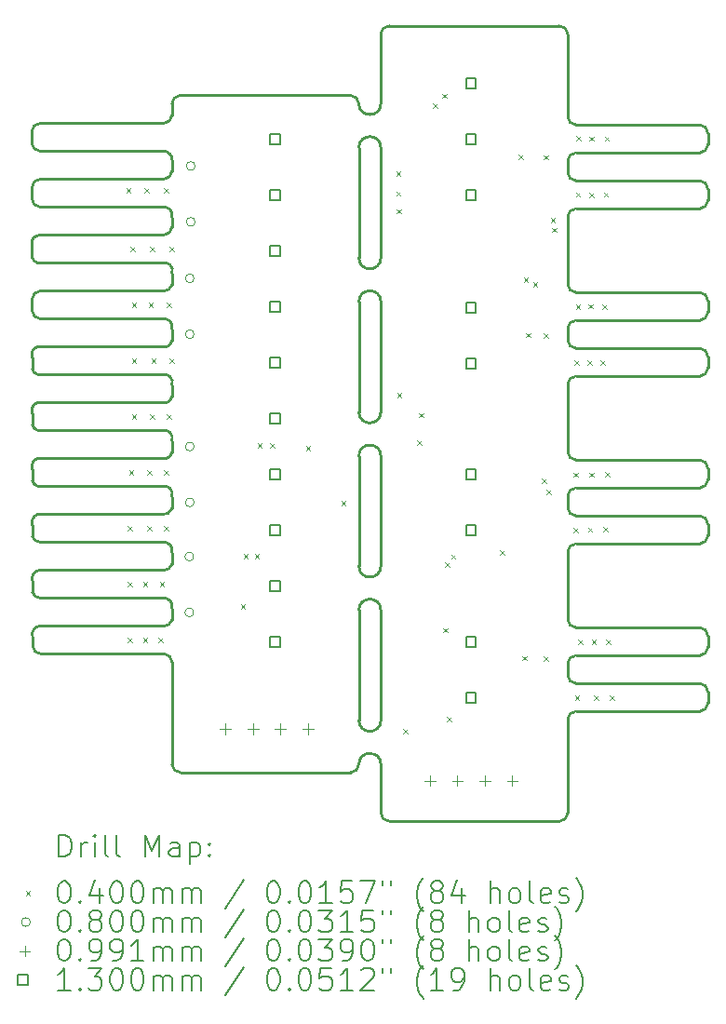
<source format=gbr>
%TF.GenerationSoftware,KiCad,Pcbnew,7.0.10*%
%TF.CreationDate,2024-08-04T06:12:02-04:00*%
%TF.ProjectId,12.X.2 - PLC Connector Combined,31322e58-2e32-4202-9d20-504c4320436f,rev?*%
%TF.SameCoordinates,Original*%
%TF.FileFunction,Drillmap*%
%TF.FilePolarity,Positive*%
%FSLAX45Y45*%
G04 Gerber Fmt 4.5, Leading zero omitted, Abs format (unit mm)*
G04 Created by KiCad (PCBNEW 7.0.10) date 2024-08-04 06:12:02*
%MOMM*%
%LPD*%
G01*
G04 APERTURE LIST*
%ADD10C,0.250000*%
%ADD11C,0.200000*%
%ADD12C,0.100000*%
%ADD13C,0.130000*%
G04 APERTURE END LIST*
D10*
X7129918Y-7598488D02*
X8255000Y-7598488D01*
X8329988Y-10488509D02*
G75*
G03*
X8235942Y-10392250I-70708J24989D01*
G01*
X8330001Y-8456513D02*
G75*
G03*
X8232720Y-8360250I-70231J26313D01*
G01*
X10230000Y-7311513D02*
G75*
G03*
X10030000Y-7311513I-100000J0D01*
G01*
X7059148Y-9832125D02*
X7058983Y-9728125D01*
X8255000Y-7598480D02*
G75*
G03*
X8330000Y-7523488I10J74990D01*
G01*
X13130000Y-10914301D02*
X12005000Y-10914301D01*
X13205000Y-12259301D02*
X13205000Y-12363301D01*
X7057500Y-8793369D02*
X7057335Y-8689607D01*
X11930000Y-7941301D02*
X11930000Y-8553301D01*
X8235136Y-9884250D02*
X7110054Y-9884250D01*
X13130000Y-10914300D02*
G75*
G03*
X13205000Y-10839301I0J75000D01*
G01*
X11930000Y-10989301D02*
X11930000Y-11601301D01*
X8330000Y-8560513D02*
X8330000Y-8456513D01*
X11855000Y-13438301D02*
X10305000Y-13438301D01*
X8255000Y-7090480D02*
G75*
G03*
X8330000Y-7015488I10J74990D01*
G01*
X12005000Y-7104301D02*
X13130000Y-7104301D01*
X13130000Y-7866301D02*
X12005000Y-7866301D01*
X10030007Y-6911513D02*
G75*
G03*
X9955000Y-6836513I-75007J-7D01*
G01*
X10030000Y-11518000D02*
X10030000Y-12520000D01*
X13204999Y-7687301D02*
G75*
G03*
X13130000Y-7612301I-74999J1D01*
G01*
X8329991Y-7948510D02*
G75*
G03*
X8255971Y-7852250I-71902J21300D01*
G01*
X7129998Y-11154488D02*
X8254998Y-11154488D01*
X10030000Y-12520000D02*
G75*
G03*
X10230000Y-12520000I100000J0D01*
G01*
X7129918Y-7598492D02*
G75*
G03*
X7055726Y-7675128I782J-74988D01*
G01*
X7129998Y-11662483D02*
G75*
G03*
X7062207Y-11760122I3692J-74917D01*
G01*
X13205000Y-10227301D02*
X13205000Y-10331301D01*
X10230000Y-11518000D02*
G75*
G03*
X10030000Y-11518000I-100000J0D01*
G01*
X13130000Y-9390301D02*
X12005000Y-9390301D01*
X12005000Y-10406300D02*
G75*
G03*
X11930000Y-10481301I0J-75000D01*
G01*
X7059953Y-10340125D02*
G75*
G03*
X7110860Y-10392250I72357J19745D01*
G01*
X13205000Y-10735301D02*
X13205000Y-10839301D01*
X7055082Y-7269369D02*
X7054918Y-7165607D01*
X7110470Y-10138488D02*
G75*
G03*
X7059789Y-10236125I19920J-72312D01*
G01*
X7056727Y-8308128D02*
G75*
G03*
X7107638Y-8360250I72343J19738D01*
G01*
X12005000Y-10660301D02*
X13130000Y-10660301D01*
X7055080Y-7269369D02*
G75*
G03*
X7130082Y-7344250I75000J119D01*
G01*
X7129918Y-8106488D02*
X8255000Y-8106488D01*
X7109663Y-9630484D02*
G75*
G03*
X7058983Y-9728125I19927J-72316D01*
G01*
X8234331Y-9376250D02*
X7109248Y-9376250D01*
X10230000Y-9715513D02*
X10230000Y-8713513D01*
X13130000Y-8882301D02*
X12005000Y-8882301D01*
X8254998Y-11408250D02*
X7129998Y-11408250D01*
X12005000Y-12184301D02*
X13130000Y-12184301D01*
X10230000Y-10116000D02*
G75*
G03*
X10030000Y-10116000I-100000J0D01*
G01*
X7060761Y-10848123D02*
G75*
G03*
X7129998Y-10900250I71439J22843D01*
G01*
X8330000Y-7015488D02*
X8330000Y-6911513D01*
X13205000Y-7687301D02*
X13205000Y-7791301D01*
X13130000Y-11930300D02*
G75*
G03*
X13205000Y-11855301I0J75000D01*
G01*
X10030000Y-8713513D02*
X10030000Y-9715513D01*
X11929999Y-6279301D02*
G75*
G03*
X11855000Y-6204301I-74999J1D01*
G01*
X12005000Y-8882300D02*
G75*
G03*
X11930000Y-8957301I0J-75000D01*
G01*
X7132335Y-8614488D02*
X8257418Y-8614488D01*
X8330000Y-7523488D02*
X8330000Y-7424216D01*
X11929999Y-12109301D02*
G75*
G03*
X12005000Y-12184301I75001J1D01*
G01*
X8405000Y-6836510D02*
G75*
G03*
X8330000Y-6911513I0J-75000D01*
G01*
X13204999Y-12259301D02*
G75*
G03*
X13130000Y-12184301I-74999J1D01*
G01*
X8257582Y-8868250D02*
X7132500Y-8868250D01*
X13204999Y-10227301D02*
G75*
G03*
X13130000Y-10152301I-74999J1D01*
G01*
X10230000Y-12520000D02*
X10230000Y-11518000D01*
X13204999Y-10735301D02*
G75*
G03*
X13130000Y-10660301I-74999J1D01*
G01*
X10230000Y-8713513D02*
G75*
G03*
X10030000Y-8713513I-100000J0D01*
G01*
X7057500Y-8793369D02*
G75*
G03*
X7132500Y-8868250I75000J119D01*
G01*
X7111275Y-10646486D02*
G75*
G03*
X7060595Y-10744124I19925J-72314D01*
G01*
X8232720Y-8360250D02*
X7107638Y-8360250D01*
X10304915Y-6204301D02*
X11855000Y-6204301D01*
X13205000Y-11751301D02*
X13205000Y-11855301D01*
X11929999Y-9061301D02*
G75*
G03*
X12005000Y-9136301I75001J1D01*
G01*
X12005000Y-8628301D02*
X13130000Y-8628301D01*
X13130000Y-7866300D02*
G75*
G03*
X13205000Y-7791301I0J75000D01*
G01*
X13204999Y-9211301D02*
G75*
G03*
X13130000Y-9136301I-74999J1D01*
G01*
X11930000Y-7433301D02*
X11930000Y-7537301D01*
X13204999Y-11751301D02*
G75*
G03*
X13130000Y-11676301I-74999J1D01*
G01*
X7058343Y-9324125D02*
G75*
G03*
X7109248Y-9376250I72357J19745D01*
G01*
X12005000Y-7612301D02*
X13130000Y-7612301D01*
X10030000Y-10116000D02*
X10030000Y-11118000D01*
X7108858Y-9122488D02*
X8233940Y-9122488D01*
X11929999Y-11601301D02*
G75*
G03*
X12005000Y-11676301I75001J1D01*
G01*
X10030000Y-11118000D02*
G75*
G03*
X10230000Y-11118000I100000J0D01*
G01*
X7129917Y-8106491D02*
G75*
G03*
X7056565Y-8204127I-1868J-74969D01*
G01*
X13130000Y-12438300D02*
G75*
G03*
X13205000Y-12363301I0J75000D01*
G01*
X8235942Y-10392250D02*
X7110860Y-10392250D01*
X12005000Y-11676301D02*
X13130000Y-11676301D01*
X12005000Y-7866300D02*
G75*
G03*
X11930000Y-7941301I0J-75000D01*
G01*
X8329992Y-8964511D02*
G75*
G03*
X8257582Y-8868250I-71912J21271D01*
G01*
X10030000Y-7311513D02*
X10030000Y-8313513D01*
X12005000Y-12438300D02*
G75*
G03*
X11930000Y-12513301I0J-75000D01*
G01*
X12005000Y-11930300D02*
G75*
G03*
X11930000Y-12005301I0J-75000D01*
G01*
X8330000Y-8031488D02*
X8330000Y-7948513D01*
X12005000Y-9136301D02*
X13130000Y-9136301D01*
X8330000Y-11608513D02*
X8330000Y-11504513D01*
X8254998Y-10900250D02*
X7129998Y-10900250D01*
X7062336Y-11841369D02*
X7062207Y-11760122D01*
X7129918Y-7090488D02*
X8255000Y-7090488D01*
X13205000Y-7179301D02*
X13205000Y-7283301D01*
X11930000Y-8957301D02*
X11930000Y-9061301D01*
X11930000Y-6279301D02*
X11930000Y-7029301D01*
X8330006Y-7424217D02*
G75*
G03*
X8255165Y-7344250I-74846J4957D01*
G01*
X12005000Y-9390300D02*
G75*
G03*
X11930000Y-9465301I0J-75000D01*
G01*
X7111276Y-10646488D02*
X8236358Y-10646488D01*
X11929999Y-7029301D02*
G75*
G03*
X12005000Y-7104301I75001J1D01*
G01*
X10230000Y-11118000D02*
X10230000Y-10116000D01*
X13205000Y-8703301D02*
X13205000Y-8807301D01*
X10230000Y-12920000D02*
G75*
G03*
X10030000Y-12920000I-100000J0D01*
G01*
X10030000Y-9715513D02*
G75*
G03*
X10230000Y-9715513I100000J0D01*
G01*
X8405000Y-6836513D02*
X9955000Y-6836513D01*
X10030000Y-6911513D02*
G75*
G03*
X10230000Y-6911513I100000J0D01*
G01*
X8330000Y-12920000D02*
G75*
G03*
X8405000Y-12995000I75000J0D01*
G01*
X8262418Y-11916250D02*
X7137336Y-11916250D01*
X13130000Y-7358301D02*
X12005000Y-7358301D01*
X7132335Y-8614486D02*
G75*
G03*
X7057336Y-8689607I5J-75005D01*
G01*
X10229999Y-13363301D02*
G75*
G03*
X10305000Y-13438301I75001J1D01*
G01*
X8330000Y-10592513D02*
X8330000Y-10488513D01*
X11929999Y-10585301D02*
G75*
G03*
X12005000Y-10660301I75001J1D01*
G01*
X7109664Y-9630488D02*
X8234746Y-9630488D01*
X7055888Y-7777369D02*
X7055726Y-7675128D01*
X7055890Y-7777369D02*
G75*
G03*
X7130888Y-7852250I75000J119D01*
G01*
X8330009Y-10996516D02*
G75*
G03*
X8254998Y-10900250I-71909J21326D01*
G01*
X9955000Y-12995000D02*
X8405000Y-12995000D01*
X8254998Y-11662489D02*
G75*
G03*
X8330000Y-11608513I2992J74940D01*
G01*
X11929999Y-10077301D02*
G75*
G03*
X12005000Y-10152301I75001J1D01*
G01*
X10230000Y-8313513D02*
X10230000Y-7311513D01*
X8330004Y-9472514D02*
G75*
G03*
X8234331Y-9376250I-70494J25614D01*
G01*
X7059145Y-9832126D02*
G75*
G03*
X7110054Y-9884250I72345J19736D01*
G01*
X12005000Y-7358300D02*
G75*
G03*
X11930000Y-7433301I0J-75000D01*
G01*
X7108858Y-9122487D02*
G75*
G03*
X7058177Y-9220126I19922J-72314D01*
G01*
X10230000Y-6911513D02*
X10230000Y-6275722D01*
X13130000Y-10406301D02*
X12005000Y-10406301D01*
X7056730Y-8308127D02*
X7056565Y-8204127D01*
X7129918Y-7090488D02*
G75*
G03*
X7054918Y-7165607I2J-75002D01*
G01*
X10030000Y-8313513D02*
G75*
G03*
X10230000Y-8313513I100000J0D01*
G01*
X11930000Y-9465301D02*
X11930000Y-10077301D01*
X13205000Y-9211301D02*
X13205000Y-9315301D01*
X8236356Y-10646495D02*
G75*
G03*
X8330000Y-10592513I20844J72055D01*
G01*
X7062330Y-11841369D02*
G75*
G03*
X7137336Y-11916250I75010J129D01*
G01*
X11929999Y-7537301D02*
G75*
G03*
X12005000Y-7612301I75001J1D01*
G01*
X8330000Y-10084513D02*
X8330000Y-9980513D01*
X7061566Y-11356123D02*
X7061401Y-11252123D01*
X8257418Y-8614494D02*
G75*
G03*
X8330000Y-8560513I582J75004D01*
G01*
X8329997Y-9980512D02*
G75*
G03*
X8235136Y-9884250I-70607J25292D01*
G01*
X8330009Y-11504515D02*
G75*
G03*
X8254998Y-11408250I-71909J21326D01*
G01*
X7058342Y-9324126D02*
X7058177Y-9220126D01*
X9955000Y-12995000D02*
G75*
G03*
X10030000Y-12920000I0J75000D01*
G01*
X13204999Y-7179301D02*
G75*
G03*
X13130000Y-7104301I-74999J1D01*
G01*
X7129998Y-11662488D02*
X8254998Y-11662488D01*
X11855000Y-13438300D02*
G75*
G03*
X11930000Y-13363301I0J75000D01*
G01*
X8329998Y-11990882D02*
G75*
G03*
X8262418Y-11916250I-74998J2D01*
G01*
X10230000Y-13363301D02*
X10230000Y-12920000D01*
X8330000Y-9576513D02*
X8330000Y-9472513D01*
X7110470Y-10138488D02*
X8235552Y-10138488D01*
X7061570Y-11356122D02*
G75*
G03*
X7129998Y-11408250I71440J22802D01*
G01*
X8330000Y-11100513D02*
X8330000Y-10996513D01*
X13130000Y-7358300D02*
G75*
G03*
X13205000Y-7283301I0J75000D01*
G01*
X8255000Y-8106480D02*
G75*
G03*
X8330000Y-8031488I10J74990D01*
G01*
X11930000Y-10481301D02*
X11930000Y-10585301D01*
X11930000Y-12005301D02*
X11930000Y-12109301D01*
X13130000Y-8882300D02*
G75*
G03*
X13205000Y-8807301I0J75000D01*
G01*
X8255971Y-7852250D02*
X7130888Y-7852250D01*
X8233941Y-9122486D02*
G75*
G03*
X8330000Y-9068513I23099J71356D01*
G01*
X13130000Y-10406300D02*
G75*
G03*
X13205000Y-10331301I0J75000D01*
G01*
X12005000Y-10152301D02*
X13130000Y-10152301D01*
X7059954Y-10340124D02*
X7059789Y-10236125D01*
X13130000Y-9390300D02*
G75*
G03*
X13205000Y-9315301I0J75000D01*
G01*
X13204999Y-8703301D02*
G75*
G03*
X13130000Y-8628301I-74999J1D01*
G01*
X11929999Y-8553301D02*
G75*
G03*
X12005000Y-8628301I75001J1D01*
G01*
X8330000Y-9068513D02*
X8330000Y-8964513D01*
X7060760Y-10848124D02*
X7060595Y-10744124D01*
X7129998Y-11154491D02*
G75*
G03*
X7061401Y-11252123I2882J-74939D01*
G01*
X13130000Y-12438301D02*
X12005000Y-12438301D01*
X8254998Y-11154490D02*
G75*
G03*
X8330000Y-11100513I2992J74940D01*
G01*
X10304915Y-6204295D02*
G75*
G03*
X10230000Y-6275722I5J-75005D01*
G01*
X12005000Y-10914300D02*
G75*
G03*
X11930000Y-10989301I0J-75000D01*
G01*
X8234746Y-9630489D02*
G75*
G03*
X8330000Y-9576513I22354J71589D01*
G01*
X8330000Y-12920000D02*
X8330000Y-11990882D01*
X11930000Y-12513301D02*
X11930000Y-13363301D01*
X8255165Y-7344250D02*
X7130082Y-7344250D01*
X8235551Y-10138490D02*
G75*
G03*
X8330000Y-10084513I21609J71810D01*
G01*
X13130000Y-11930301D02*
X12005000Y-11930301D01*
D11*
D12*
X7914425Y-7678022D02*
X7954425Y-7718022D01*
X7954425Y-7678022D02*
X7914425Y-7718022D01*
X7927125Y-10751422D02*
X7967125Y-10791422D01*
X7967125Y-10751422D02*
X7927125Y-10791422D01*
X7927125Y-11259422D02*
X7967125Y-11299422D01*
X7967125Y-11259422D02*
X7927125Y-11299422D01*
X7927125Y-11767422D02*
X7967125Y-11807422D01*
X7967125Y-11767422D02*
X7927125Y-11807422D01*
X7939825Y-10243422D02*
X7979825Y-10283422D01*
X7979825Y-10243422D02*
X7939825Y-10283422D01*
X7952525Y-8211422D02*
X7992525Y-8251422D01*
X7992525Y-8211422D02*
X7952525Y-8251422D01*
X7965225Y-8719422D02*
X8005225Y-8759422D01*
X8005225Y-8719422D02*
X7965225Y-8759422D01*
X7965225Y-9227422D02*
X8005225Y-9267422D01*
X8005225Y-9227422D02*
X7965225Y-9267422D01*
X7965225Y-9735422D02*
X8005225Y-9775422D01*
X8005225Y-9735422D02*
X7965225Y-9775422D01*
X8066825Y-11259422D02*
X8106825Y-11299422D01*
X8106825Y-11259422D02*
X8066825Y-11299422D01*
X8066825Y-11767422D02*
X8106825Y-11807422D01*
X8106825Y-11767422D02*
X8066825Y-11807422D01*
X8079525Y-7678022D02*
X8119525Y-7718022D01*
X8119525Y-7678022D02*
X8079525Y-7718022D01*
X8104925Y-10243422D02*
X8144925Y-10283422D01*
X8144925Y-10243422D02*
X8104925Y-10283422D01*
X8104925Y-10751422D02*
X8144925Y-10791422D01*
X8144925Y-10751422D02*
X8104925Y-10791422D01*
X8117625Y-8719422D02*
X8157625Y-8759422D01*
X8157625Y-8719422D02*
X8117625Y-8759422D01*
X8130325Y-8211422D02*
X8170325Y-8251422D01*
X8170325Y-8211422D02*
X8130325Y-8251422D01*
X8130325Y-9735422D02*
X8170325Y-9775422D01*
X8170325Y-9735422D02*
X8130325Y-9775422D01*
X8143025Y-9227422D02*
X8183025Y-9267422D01*
X8183025Y-9227422D02*
X8143025Y-9267422D01*
X8206525Y-11767422D02*
X8246525Y-11807422D01*
X8246525Y-11767422D02*
X8206525Y-11807422D01*
X8219225Y-11259422D02*
X8259225Y-11299422D01*
X8259225Y-11259422D02*
X8219225Y-11299422D01*
X8257325Y-7678022D02*
X8297325Y-7718022D01*
X8297325Y-7678022D02*
X8257325Y-7718022D01*
X8257325Y-10243422D02*
X8297325Y-10283422D01*
X8297325Y-10243422D02*
X8257325Y-10283422D01*
X8257325Y-10751422D02*
X8297325Y-10791422D01*
X8297325Y-10751422D02*
X8257325Y-10791422D01*
X8282725Y-8719422D02*
X8322725Y-8759422D01*
X8322725Y-8719422D02*
X8282725Y-8759422D01*
X8282725Y-9735422D02*
X8322725Y-9775422D01*
X8322725Y-9735422D02*
X8282725Y-9775422D01*
X8308125Y-8211422D02*
X8348125Y-8251422D01*
X8348125Y-8211422D02*
X8308125Y-8251422D01*
X8308125Y-9227422D02*
X8348125Y-9267422D01*
X8348125Y-9227422D02*
X8308125Y-9267422D01*
X8955815Y-11462622D02*
X8995815Y-11502622D01*
X8995815Y-11462622D02*
X8955815Y-11502622D01*
X8981225Y-11005422D02*
X9021225Y-11045422D01*
X9021225Y-11005422D02*
X8981225Y-11045422D01*
X9082825Y-11005422D02*
X9122825Y-11045422D01*
X9122825Y-11005422D02*
X9082825Y-11045422D01*
X9108225Y-10002122D02*
X9148225Y-10042122D01*
X9148225Y-10002122D02*
X9108225Y-10042122D01*
X9222525Y-10002122D02*
X9262525Y-10042122D01*
X9262525Y-10002122D02*
X9222525Y-10042122D01*
X9547900Y-10024440D02*
X9587900Y-10064440D01*
X9587900Y-10024440D02*
X9547900Y-10064440D01*
X9870225Y-10524000D02*
X9910225Y-10564000D01*
X9910225Y-10524000D02*
X9870225Y-10564000D01*
X10369614Y-7527886D02*
X10409614Y-7567886D01*
X10409614Y-7527886D02*
X10369614Y-7567886D01*
X10369614Y-7710000D02*
X10409614Y-7750000D01*
X10409614Y-7710000D02*
X10369614Y-7750000D01*
X10376401Y-7871100D02*
X10416401Y-7911100D01*
X10416401Y-7871100D02*
X10376401Y-7911100D01*
X10377239Y-9542500D02*
X10417239Y-9582500D01*
X10417239Y-9542500D02*
X10377239Y-9582500D01*
X10434999Y-12599664D02*
X10474999Y-12639664D01*
X10474999Y-12599664D02*
X10434999Y-12639664D01*
X10558239Y-9972913D02*
X10598239Y-10012913D01*
X10598239Y-9972913D02*
X10558239Y-10012913D01*
X10579239Y-9725300D02*
X10619239Y-9765300D01*
X10619239Y-9725300D02*
X10579239Y-9765300D01*
X10704163Y-6908162D02*
X10744163Y-6948162D01*
X10744163Y-6908162D02*
X10704163Y-6948162D01*
X10790663Y-6821662D02*
X10830663Y-6861662D01*
X10830663Y-6821662D02*
X10790663Y-6861662D01*
X10795325Y-11681100D02*
X10835325Y-11721100D01*
X10835325Y-11681100D02*
X10795325Y-11721100D01*
X10812500Y-11085000D02*
X10852500Y-11125000D01*
X10852500Y-11085000D02*
X10812500Y-11125000D01*
X10832805Y-12489471D02*
X10872805Y-12529471D01*
X10872805Y-12489471D02*
X10832805Y-12529471D01*
X10870000Y-11012500D02*
X10910000Y-11052500D01*
X10910000Y-11012500D02*
X10870000Y-11052500D01*
X11311195Y-10975000D02*
X11351195Y-11015000D01*
X11351195Y-10975000D02*
X11311195Y-11015000D01*
X11481125Y-7375800D02*
X11521125Y-7415800D01*
X11521125Y-7375800D02*
X11481125Y-7415800D01*
X11519225Y-11935100D02*
X11559225Y-11975100D01*
X11559225Y-11935100D02*
X11519225Y-11975100D01*
X11530000Y-8495000D02*
X11570000Y-8535000D01*
X11570000Y-8495000D02*
X11530000Y-8535000D01*
X11549474Y-8996551D02*
X11589474Y-9036551D01*
X11589474Y-8996551D02*
X11549474Y-9036551D01*
X11615000Y-8538440D02*
X11655000Y-8578440D01*
X11655000Y-8538440D02*
X11615000Y-8578440D01*
X11693425Y-10319100D02*
X11733425Y-10359100D01*
X11733425Y-10319100D02*
X11693425Y-10359100D01*
X11709725Y-9001400D02*
X11749725Y-9041400D01*
X11749725Y-9001400D02*
X11709725Y-9041400D01*
X11714425Y-7379100D02*
X11754425Y-7419100D01*
X11754425Y-7379100D02*
X11714425Y-7419100D01*
X11714425Y-11936100D02*
X11754425Y-11976100D01*
X11754425Y-11936100D02*
X11714425Y-11976100D01*
X11735124Y-10425050D02*
X11775124Y-10465050D01*
X11775124Y-10425050D02*
X11735124Y-10465050D01*
X11775000Y-7950000D02*
X11815000Y-7990000D01*
X11815000Y-7950000D02*
X11775000Y-7990000D01*
X11785824Y-8040826D02*
X11825824Y-8080826D01*
X11825824Y-8040826D02*
X11785824Y-8080826D01*
X11983425Y-10267100D02*
X12023425Y-10307100D01*
X12023425Y-10267100D02*
X11983425Y-10307100D01*
X11983425Y-10769109D02*
X12023425Y-10809109D01*
X12023425Y-10769109D02*
X11983425Y-10809109D01*
X11993425Y-9247100D02*
X12033425Y-9287100D01*
X12033425Y-9247100D02*
X11993425Y-9287100D01*
X11994803Y-12292477D02*
X12034803Y-12332477D01*
X12034803Y-12292477D02*
X11994803Y-12332477D01*
X12003425Y-7719184D02*
X12043425Y-7759184D01*
X12043425Y-7719184D02*
X12003425Y-7759184D01*
X12003425Y-8737100D02*
X12043425Y-8777100D01*
X12043425Y-8737100D02*
X12003425Y-8777100D01*
X12006425Y-7208100D02*
X12046425Y-7248100D01*
X12046425Y-7208100D02*
X12006425Y-7248100D01*
X12023425Y-11784093D02*
X12063425Y-11824093D01*
X12063425Y-11784093D02*
X12023425Y-11824093D01*
X12109425Y-9247100D02*
X12149425Y-9287100D01*
X12149425Y-9247100D02*
X12109425Y-9287100D01*
X12113425Y-10767100D02*
X12153425Y-10807100D01*
X12153425Y-10767100D02*
X12113425Y-10807100D01*
X12120425Y-8734100D02*
X12160425Y-8774100D01*
X12160425Y-8734100D02*
X12120425Y-8774100D01*
X12125425Y-7211100D02*
X12165425Y-7251100D01*
X12165425Y-7211100D02*
X12125425Y-7251100D01*
X12125425Y-7720100D02*
X12165425Y-7760100D01*
X12165425Y-7720100D02*
X12125425Y-7760100D01*
X12127425Y-10267100D02*
X12167425Y-10307100D01*
X12167425Y-10267100D02*
X12127425Y-10307100D01*
X12146783Y-11785905D02*
X12186783Y-11825905D01*
X12186783Y-11785905D02*
X12146783Y-11825905D01*
X12167047Y-12292478D02*
X12207047Y-12332478D01*
X12207047Y-12292478D02*
X12167047Y-12332478D01*
X12227425Y-9247100D02*
X12267425Y-9287100D01*
X12267425Y-9247100D02*
X12227425Y-9287100D01*
X12244425Y-8736100D02*
X12284425Y-8776100D01*
X12284425Y-8736100D02*
X12244425Y-8776100D01*
X12255425Y-10764100D02*
X12295425Y-10804100D01*
X12295425Y-10764100D02*
X12255425Y-10804100D01*
X12256425Y-7718100D02*
X12296425Y-7758100D01*
X12296425Y-7718100D02*
X12256425Y-7758100D01*
X12266425Y-7211100D02*
X12306425Y-7251100D01*
X12306425Y-7211100D02*
X12266425Y-7251100D01*
X12270425Y-10265100D02*
X12310425Y-10305100D01*
X12310425Y-10265100D02*
X12270425Y-10305100D01*
X12280255Y-11784257D02*
X12320255Y-11824257D01*
X12320255Y-11784257D02*
X12280255Y-11824257D01*
X12310047Y-12292478D02*
X12350047Y-12332478D01*
X12350047Y-12292478D02*
X12310047Y-12332478D01*
X8527825Y-11031222D02*
G75*
G03*
X8447825Y-11031222I-40000J0D01*
G01*
X8447825Y-11031222D02*
G75*
G03*
X8527825Y-11031222I40000J0D01*
G01*
X8527825Y-11539222D02*
G75*
G03*
X8447825Y-11539222I-40000J0D01*
G01*
X8447825Y-11539222D02*
G75*
G03*
X8527825Y-11539222I40000J0D01*
G01*
X8531825Y-8500222D02*
G75*
G03*
X8451825Y-8500222I-40000J0D01*
G01*
X8451825Y-8500222D02*
G75*
G03*
X8531825Y-8500222I40000J0D01*
G01*
X8531825Y-9008222D02*
G75*
G03*
X8451825Y-9008222I-40000J0D01*
G01*
X8451825Y-9008222D02*
G75*
G03*
X8531825Y-9008222I40000J0D01*
G01*
X8531825Y-10029722D02*
G75*
G03*
X8451825Y-10029722I-40000J0D01*
G01*
X8451825Y-10029722D02*
G75*
G03*
X8531825Y-10029722I40000J0D01*
G01*
X8531825Y-10537722D02*
G75*
G03*
X8451825Y-10537722I-40000J0D01*
G01*
X8451825Y-10537722D02*
G75*
G03*
X8531825Y-10537722I40000J0D01*
G01*
X8540825Y-7478222D02*
G75*
G03*
X8460825Y-7478222I-40000J0D01*
G01*
X8460825Y-7478222D02*
G75*
G03*
X8540825Y-7478222I40000J0D01*
G01*
X8540825Y-7986222D02*
G75*
G03*
X8460825Y-7986222I-40000J0D01*
G01*
X8460825Y-7986222D02*
G75*
G03*
X8540825Y-7986222I40000J0D01*
G01*
X8816000Y-12547470D02*
X8816000Y-12646530D01*
X8766470Y-12597000D02*
X8865530Y-12597000D01*
X9066000Y-12547470D02*
X9066000Y-12646530D01*
X9016470Y-12597000D02*
X9115530Y-12597000D01*
X9316000Y-12547470D02*
X9316000Y-12646530D01*
X9266470Y-12597000D02*
X9365530Y-12597000D01*
X9566000Y-12547470D02*
X9566000Y-12646530D01*
X9516470Y-12597000D02*
X9615530Y-12597000D01*
X10676000Y-13019470D02*
X10676000Y-13118530D01*
X10626470Y-13069000D02*
X10725530Y-13069000D01*
X10926000Y-13019470D02*
X10926000Y-13118530D01*
X10876470Y-13069000D02*
X10975530Y-13069000D01*
X11176000Y-13019470D02*
X11176000Y-13118530D01*
X11126470Y-13069000D02*
X11225530Y-13069000D01*
X11426000Y-13019470D02*
X11426000Y-13118530D01*
X11376470Y-13069000D02*
X11475530Y-13069000D01*
D13*
X9309962Y-7279962D02*
X9309962Y-7188038D01*
X9218038Y-7188038D01*
X9218038Y-7279962D01*
X9309962Y-7279962D01*
X9309962Y-7787962D02*
X9309962Y-7696038D01*
X9218038Y-7696038D01*
X9218038Y-7787962D01*
X9309962Y-7787962D01*
X9309962Y-8295962D02*
X9309962Y-8204038D01*
X9218038Y-8204038D01*
X9218038Y-8295962D01*
X9309962Y-8295962D01*
X9309962Y-8803962D02*
X9309962Y-8712038D01*
X9218038Y-8712038D01*
X9218038Y-8803962D01*
X9309962Y-8803962D01*
X9309962Y-9311962D02*
X9309962Y-9220038D01*
X9218038Y-9220038D01*
X9218038Y-9311962D01*
X9309962Y-9311962D01*
X9309962Y-9819962D02*
X9309962Y-9728038D01*
X9218038Y-9728038D01*
X9218038Y-9819962D01*
X9309962Y-9819962D01*
X9309962Y-10327962D02*
X9309962Y-10236038D01*
X9218038Y-10236038D01*
X9218038Y-10327962D01*
X9309962Y-10327962D01*
X9309962Y-10835962D02*
X9309962Y-10744038D01*
X9218038Y-10744038D01*
X9218038Y-10835962D01*
X9309962Y-10835962D01*
X9309962Y-11343962D02*
X9309962Y-11252038D01*
X9218038Y-11252038D01*
X9218038Y-11343962D01*
X9309962Y-11343962D01*
X9309962Y-11851962D02*
X9309962Y-11760038D01*
X9218038Y-11760038D01*
X9218038Y-11851962D01*
X9309962Y-11851962D01*
X11095962Y-6770962D02*
X11095962Y-6679038D01*
X11004038Y-6679038D01*
X11004038Y-6770962D01*
X11095962Y-6770962D01*
X11095962Y-7278962D02*
X11095962Y-7187038D01*
X11004038Y-7187038D01*
X11004038Y-7278962D01*
X11095962Y-7278962D01*
X11095962Y-7786962D02*
X11095962Y-7695038D01*
X11004038Y-7695038D01*
X11004038Y-7786962D01*
X11095962Y-7786962D01*
X11095962Y-8810962D02*
X11095962Y-8719038D01*
X11004038Y-8719038D01*
X11004038Y-8810962D01*
X11095962Y-8810962D01*
X11095962Y-9318962D02*
X11095962Y-9227038D01*
X11004038Y-9227038D01*
X11004038Y-9318962D01*
X11095962Y-9318962D01*
X11095962Y-10326962D02*
X11095962Y-10235038D01*
X11004038Y-10235038D01*
X11004038Y-10326962D01*
X11095962Y-10326962D01*
X11095962Y-10834962D02*
X11095962Y-10743038D01*
X11004038Y-10743038D01*
X11004038Y-10834962D01*
X11095962Y-10834962D01*
X11095962Y-11850962D02*
X11095962Y-11759038D01*
X11004038Y-11759038D01*
X11004038Y-11850962D01*
X11095962Y-11850962D01*
X11095962Y-12358962D02*
X11095962Y-12267038D01*
X11004038Y-12267038D01*
X11004038Y-12358962D01*
X11095962Y-12358962D01*
D11*
X7301334Y-13762284D02*
X7301334Y-13562284D01*
X7301334Y-13562284D02*
X7348953Y-13562284D01*
X7348953Y-13562284D02*
X7377525Y-13571808D01*
X7377525Y-13571808D02*
X7396572Y-13590856D01*
X7396572Y-13590856D02*
X7406096Y-13609903D01*
X7406096Y-13609903D02*
X7415620Y-13647999D01*
X7415620Y-13647999D02*
X7415620Y-13676570D01*
X7415620Y-13676570D02*
X7406096Y-13714665D01*
X7406096Y-13714665D02*
X7396572Y-13733713D01*
X7396572Y-13733713D02*
X7377525Y-13752761D01*
X7377525Y-13752761D02*
X7348953Y-13762284D01*
X7348953Y-13762284D02*
X7301334Y-13762284D01*
X7501334Y-13762284D02*
X7501334Y-13628951D01*
X7501334Y-13667046D02*
X7510858Y-13647999D01*
X7510858Y-13647999D02*
X7520382Y-13638475D01*
X7520382Y-13638475D02*
X7539430Y-13628951D01*
X7539430Y-13628951D02*
X7558477Y-13628951D01*
X7625144Y-13762284D02*
X7625144Y-13628951D01*
X7625144Y-13562284D02*
X7615620Y-13571808D01*
X7615620Y-13571808D02*
X7625144Y-13581332D01*
X7625144Y-13581332D02*
X7634668Y-13571808D01*
X7634668Y-13571808D02*
X7625144Y-13562284D01*
X7625144Y-13562284D02*
X7625144Y-13581332D01*
X7748953Y-13762284D02*
X7729906Y-13752761D01*
X7729906Y-13752761D02*
X7720382Y-13733713D01*
X7720382Y-13733713D02*
X7720382Y-13562284D01*
X7853715Y-13762284D02*
X7834668Y-13752761D01*
X7834668Y-13752761D02*
X7825144Y-13733713D01*
X7825144Y-13733713D02*
X7825144Y-13562284D01*
X8082287Y-13762284D02*
X8082287Y-13562284D01*
X8082287Y-13562284D02*
X8148953Y-13705142D01*
X8148953Y-13705142D02*
X8215620Y-13562284D01*
X8215620Y-13562284D02*
X8215620Y-13762284D01*
X8396573Y-13762284D02*
X8396573Y-13657523D01*
X8396573Y-13657523D02*
X8387049Y-13638475D01*
X8387049Y-13638475D02*
X8368001Y-13628951D01*
X8368001Y-13628951D02*
X8329906Y-13628951D01*
X8329906Y-13628951D02*
X8310858Y-13638475D01*
X8396573Y-13752761D02*
X8377525Y-13762284D01*
X8377525Y-13762284D02*
X8329906Y-13762284D01*
X8329906Y-13762284D02*
X8310858Y-13752761D01*
X8310858Y-13752761D02*
X8301334Y-13733713D01*
X8301334Y-13733713D02*
X8301334Y-13714665D01*
X8301334Y-13714665D02*
X8310858Y-13695618D01*
X8310858Y-13695618D02*
X8329906Y-13686094D01*
X8329906Y-13686094D02*
X8377525Y-13686094D01*
X8377525Y-13686094D02*
X8396573Y-13676570D01*
X8491811Y-13628951D02*
X8491811Y-13828951D01*
X8491811Y-13638475D02*
X8510858Y-13628951D01*
X8510858Y-13628951D02*
X8548954Y-13628951D01*
X8548954Y-13628951D02*
X8568001Y-13638475D01*
X8568001Y-13638475D02*
X8577525Y-13647999D01*
X8577525Y-13647999D02*
X8587049Y-13667046D01*
X8587049Y-13667046D02*
X8587049Y-13724189D01*
X8587049Y-13724189D02*
X8577525Y-13743237D01*
X8577525Y-13743237D02*
X8568001Y-13752761D01*
X8568001Y-13752761D02*
X8548954Y-13762284D01*
X8548954Y-13762284D02*
X8510858Y-13762284D01*
X8510858Y-13762284D02*
X8491811Y-13752761D01*
X8672763Y-13743237D02*
X8682287Y-13752761D01*
X8682287Y-13752761D02*
X8672763Y-13762284D01*
X8672763Y-13762284D02*
X8663239Y-13752761D01*
X8663239Y-13752761D02*
X8672763Y-13743237D01*
X8672763Y-13743237D02*
X8672763Y-13762284D01*
X8672763Y-13638475D02*
X8682287Y-13647999D01*
X8682287Y-13647999D02*
X8672763Y-13657523D01*
X8672763Y-13657523D02*
X8663239Y-13647999D01*
X8663239Y-13647999D02*
X8672763Y-13638475D01*
X8672763Y-13638475D02*
X8672763Y-13657523D01*
D12*
X7000558Y-14070801D02*
X7040558Y-14110801D01*
X7040558Y-14070801D02*
X7000558Y-14110801D01*
D11*
X7339430Y-13982284D02*
X7358477Y-13982284D01*
X7358477Y-13982284D02*
X7377525Y-13991808D01*
X7377525Y-13991808D02*
X7387049Y-14001332D01*
X7387049Y-14001332D02*
X7396572Y-14020380D01*
X7396572Y-14020380D02*
X7406096Y-14058475D01*
X7406096Y-14058475D02*
X7406096Y-14106094D01*
X7406096Y-14106094D02*
X7396572Y-14144189D01*
X7396572Y-14144189D02*
X7387049Y-14163237D01*
X7387049Y-14163237D02*
X7377525Y-14172761D01*
X7377525Y-14172761D02*
X7358477Y-14182284D01*
X7358477Y-14182284D02*
X7339430Y-14182284D01*
X7339430Y-14182284D02*
X7320382Y-14172761D01*
X7320382Y-14172761D02*
X7310858Y-14163237D01*
X7310858Y-14163237D02*
X7301334Y-14144189D01*
X7301334Y-14144189D02*
X7291811Y-14106094D01*
X7291811Y-14106094D02*
X7291811Y-14058475D01*
X7291811Y-14058475D02*
X7301334Y-14020380D01*
X7301334Y-14020380D02*
X7310858Y-14001332D01*
X7310858Y-14001332D02*
X7320382Y-13991808D01*
X7320382Y-13991808D02*
X7339430Y-13982284D01*
X7491811Y-14163237D02*
X7501334Y-14172761D01*
X7501334Y-14172761D02*
X7491811Y-14182284D01*
X7491811Y-14182284D02*
X7482287Y-14172761D01*
X7482287Y-14172761D02*
X7491811Y-14163237D01*
X7491811Y-14163237D02*
X7491811Y-14182284D01*
X7672763Y-14048951D02*
X7672763Y-14182284D01*
X7625144Y-13972761D02*
X7577525Y-14115618D01*
X7577525Y-14115618D02*
X7701334Y-14115618D01*
X7815620Y-13982284D02*
X7834668Y-13982284D01*
X7834668Y-13982284D02*
X7853715Y-13991808D01*
X7853715Y-13991808D02*
X7863239Y-14001332D01*
X7863239Y-14001332D02*
X7872763Y-14020380D01*
X7872763Y-14020380D02*
X7882287Y-14058475D01*
X7882287Y-14058475D02*
X7882287Y-14106094D01*
X7882287Y-14106094D02*
X7872763Y-14144189D01*
X7872763Y-14144189D02*
X7863239Y-14163237D01*
X7863239Y-14163237D02*
X7853715Y-14172761D01*
X7853715Y-14172761D02*
X7834668Y-14182284D01*
X7834668Y-14182284D02*
X7815620Y-14182284D01*
X7815620Y-14182284D02*
X7796572Y-14172761D01*
X7796572Y-14172761D02*
X7787049Y-14163237D01*
X7787049Y-14163237D02*
X7777525Y-14144189D01*
X7777525Y-14144189D02*
X7768001Y-14106094D01*
X7768001Y-14106094D02*
X7768001Y-14058475D01*
X7768001Y-14058475D02*
X7777525Y-14020380D01*
X7777525Y-14020380D02*
X7787049Y-14001332D01*
X7787049Y-14001332D02*
X7796572Y-13991808D01*
X7796572Y-13991808D02*
X7815620Y-13982284D01*
X8006096Y-13982284D02*
X8025144Y-13982284D01*
X8025144Y-13982284D02*
X8044192Y-13991808D01*
X8044192Y-13991808D02*
X8053715Y-14001332D01*
X8053715Y-14001332D02*
X8063239Y-14020380D01*
X8063239Y-14020380D02*
X8072763Y-14058475D01*
X8072763Y-14058475D02*
X8072763Y-14106094D01*
X8072763Y-14106094D02*
X8063239Y-14144189D01*
X8063239Y-14144189D02*
X8053715Y-14163237D01*
X8053715Y-14163237D02*
X8044192Y-14172761D01*
X8044192Y-14172761D02*
X8025144Y-14182284D01*
X8025144Y-14182284D02*
X8006096Y-14182284D01*
X8006096Y-14182284D02*
X7987049Y-14172761D01*
X7987049Y-14172761D02*
X7977525Y-14163237D01*
X7977525Y-14163237D02*
X7968001Y-14144189D01*
X7968001Y-14144189D02*
X7958477Y-14106094D01*
X7958477Y-14106094D02*
X7958477Y-14058475D01*
X7958477Y-14058475D02*
X7968001Y-14020380D01*
X7968001Y-14020380D02*
X7977525Y-14001332D01*
X7977525Y-14001332D02*
X7987049Y-13991808D01*
X7987049Y-13991808D02*
X8006096Y-13982284D01*
X8158477Y-14182284D02*
X8158477Y-14048951D01*
X8158477Y-14067999D02*
X8168001Y-14058475D01*
X8168001Y-14058475D02*
X8187049Y-14048951D01*
X8187049Y-14048951D02*
X8215620Y-14048951D01*
X8215620Y-14048951D02*
X8234668Y-14058475D01*
X8234668Y-14058475D02*
X8244192Y-14077523D01*
X8244192Y-14077523D02*
X8244192Y-14182284D01*
X8244192Y-14077523D02*
X8253715Y-14058475D01*
X8253715Y-14058475D02*
X8272763Y-14048951D01*
X8272763Y-14048951D02*
X8301334Y-14048951D01*
X8301334Y-14048951D02*
X8320382Y-14058475D01*
X8320382Y-14058475D02*
X8329906Y-14077523D01*
X8329906Y-14077523D02*
X8329906Y-14182284D01*
X8425144Y-14182284D02*
X8425144Y-14048951D01*
X8425144Y-14067999D02*
X8434668Y-14058475D01*
X8434668Y-14058475D02*
X8453715Y-14048951D01*
X8453715Y-14048951D02*
X8482287Y-14048951D01*
X8482287Y-14048951D02*
X8501335Y-14058475D01*
X8501335Y-14058475D02*
X8510858Y-14077523D01*
X8510858Y-14077523D02*
X8510858Y-14182284D01*
X8510858Y-14077523D02*
X8520382Y-14058475D01*
X8520382Y-14058475D02*
X8539430Y-14048951D01*
X8539430Y-14048951D02*
X8568001Y-14048951D01*
X8568001Y-14048951D02*
X8587049Y-14058475D01*
X8587049Y-14058475D02*
X8596573Y-14077523D01*
X8596573Y-14077523D02*
X8596573Y-14182284D01*
X8987049Y-13972761D02*
X8815620Y-14229903D01*
X9244192Y-13982284D02*
X9263239Y-13982284D01*
X9263239Y-13982284D02*
X9282287Y-13991808D01*
X9282287Y-13991808D02*
X9291811Y-14001332D01*
X9291811Y-14001332D02*
X9301335Y-14020380D01*
X9301335Y-14020380D02*
X9310858Y-14058475D01*
X9310858Y-14058475D02*
X9310858Y-14106094D01*
X9310858Y-14106094D02*
X9301335Y-14144189D01*
X9301335Y-14144189D02*
X9291811Y-14163237D01*
X9291811Y-14163237D02*
X9282287Y-14172761D01*
X9282287Y-14172761D02*
X9263239Y-14182284D01*
X9263239Y-14182284D02*
X9244192Y-14182284D01*
X9244192Y-14182284D02*
X9225144Y-14172761D01*
X9225144Y-14172761D02*
X9215620Y-14163237D01*
X9215620Y-14163237D02*
X9206097Y-14144189D01*
X9206097Y-14144189D02*
X9196573Y-14106094D01*
X9196573Y-14106094D02*
X9196573Y-14058475D01*
X9196573Y-14058475D02*
X9206097Y-14020380D01*
X9206097Y-14020380D02*
X9215620Y-14001332D01*
X9215620Y-14001332D02*
X9225144Y-13991808D01*
X9225144Y-13991808D02*
X9244192Y-13982284D01*
X9396573Y-14163237D02*
X9406097Y-14172761D01*
X9406097Y-14172761D02*
X9396573Y-14182284D01*
X9396573Y-14182284D02*
X9387049Y-14172761D01*
X9387049Y-14172761D02*
X9396573Y-14163237D01*
X9396573Y-14163237D02*
X9396573Y-14182284D01*
X9529906Y-13982284D02*
X9548954Y-13982284D01*
X9548954Y-13982284D02*
X9568001Y-13991808D01*
X9568001Y-13991808D02*
X9577525Y-14001332D01*
X9577525Y-14001332D02*
X9587049Y-14020380D01*
X9587049Y-14020380D02*
X9596573Y-14058475D01*
X9596573Y-14058475D02*
X9596573Y-14106094D01*
X9596573Y-14106094D02*
X9587049Y-14144189D01*
X9587049Y-14144189D02*
X9577525Y-14163237D01*
X9577525Y-14163237D02*
X9568001Y-14172761D01*
X9568001Y-14172761D02*
X9548954Y-14182284D01*
X9548954Y-14182284D02*
X9529906Y-14182284D01*
X9529906Y-14182284D02*
X9510858Y-14172761D01*
X9510858Y-14172761D02*
X9501335Y-14163237D01*
X9501335Y-14163237D02*
X9491811Y-14144189D01*
X9491811Y-14144189D02*
X9482287Y-14106094D01*
X9482287Y-14106094D02*
X9482287Y-14058475D01*
X9482287Y-14058475D02*
X9491811Y-14020380D01*
X9491811Y-14020380D02*
X9501335Y-14001332D01*
X9501335Y-14001332D02*
X9510858Y-13991808D01*
X9510858Y-13991808D02*
X9529906Y-13982284D01*
X9787049Y-14182284D02*
X9672763Y-14182284D01*
X9729906Y-14182284D02*
X9729906Y-13982284D01*
X9729906Y-13982284D02*
X9710858Y-14010856D01*
X9710858Y-14010856D02*
X9691811Y-14029903D01*
X9691811Y-14029903D02*
X9672763Y-14039427D01*
X9968001Y-13982284D02*
X9872763Y-13982284D01*
X9872763Y-13982284D02*
X9863239Y-14077523D01*
X9863239Y-14077523D02*
X9872763Y-14067999D01*
X9872763Y-14067999D02*
X9891811Y-14058475D01*
X9891811Y-14058475D02*
X9939430Y-14058475D01*
X9939430Y-14058475D02*
X9958478Y-14067999D01*
X9958478Y-14067999D02*
X9968001Y-14077523D01*
X9968001Y-14077523D02*
X9977525Y-14096570D01*
X9977525Y-14096570D02*
X9977525Y-14144189D01*
X9977525Y-14144189D02*
X9968001Y-14163237D01*
X9968001Y-14163237D02*
X9958478Y-14172761D01*
X9958478Y-14172761D02*
X9939430Y-14182284D01*
X9939430Y-14182284D02*
X9891811Y-14182284D01*
X9891811Y-14182284D02*
X9872763Y-14172761D01*
X9872763Y-14172761D02*
X9863239Y-14163237D01*
X10044192Y-13982284D02*
X10177525Y-13982284D01*
X10177525Y-13982284D02*
X10091811Y-14182284D01*
X10244192Y-13982284D02*
X10244192Y-14020380D01*
X10320382Y-13982284D02*
X10320382Y-14020380D01*
X10615621Y-14258475D02*
X10606097Y-14248951D01*
X10606097Y-14248951D02*
X10587049Y-14220380D01*
X10587049Y-14220380D02*
X10577525Y-14201332D01*
X10577525Y-14201332D02*
X10568001Y-14172761D01*
X10568001Y-14172761D02*
X10558478Y-14125142D01*
X10558478Y-14125142D02*
X10558478Y-14087046D01*
X10558478Y-14087046D02*
X10568001Y-14039427D01*
X10568001Y-14039427D02*
X10577525Y-14010856D01*
X10577525Y-14010856D02*
X10587049Y-13991808D01*
X10587049Y-13991808D02*
X10606097Y-13963237D01*
X10606097Y-13963237D02*
X10615621Y-13953713D01*
X10720382Y-14067999D02*
X10701335Y-14058475D01*
X10701335Y-14058475D02*
X10691811Y-14048951D01*
X10691811Y-14048951D02*
X10682287Y-14029903D01*
X10682287Y-14029903D02*
X10682287Y-14020380D01*
X10682287Y-14020380D02*
X10691811Y-14001332D01*
X10691811Y-14001332D02*
X10701335Y-13991808D01*
X10701335Y-13991808D02*
X10720382Y-13982284D01*
X10720382Y-13982284D02*
X10758478Y-13982284D01*
X10758478Y-13982284D02*
X10777525Y-13991808D01*
X10777525Y-13991808D02*
X10787049Y-14001332D01*
X10787049Y-14001332D02*
X10796573Y-14020380D01*
X10796573Y-14020380D02*
X10796573Y-14029903D01*
X10796573Y-14029903D02*
X10787049Y-14048951D01*
X10787049Y-14048951D02*
X10777525Y-14058475D01*
X10777525Y-14058475D02*
X10758478Y-14067999D01*
X10758478Y-14067999D02*
X10720382Y-14067999D01*
X10720382Y-14067999D02*
X10701335Y-14077523D01*
X10701335Y-14077523D02*
X10691811Y-14087046D01*
X10691811Y-14087046D02*
X10682287Y-14106094D01*
X10682287Y-14106094D02*
X10682287Y-14144189D01*
X10682287Y-14144189D02*
X10691811Y-14163237D01*
X10691811Y-14163237D02*
X10701335Y-14172761D01*
X10701335Y-14172761D02*
X10720382Y-14182284D01*
X10720382Y-14182284D02*
X10758478Y-14182284D01*
X10758478Y-14182284D02*
X10777525Y-14172761D01*
X10777525Y-14172761D02*
X10787049Y-14163237D01*
X10787049Y-14163237D02*
X10796573Y-14144189D01*
X10796573Y-14144189D02*
X10796573Y-14106094D01*
X10796573Y-14106094D02*
X10787049Y-14087046D01*
X10787049Y-14087046D02*
X10777525Y-14077523D01*
X10777525Y-14077523D02*
X10758478Y-14067999D01*
X10968001Y-14048951D02*
X10968001Y-14182284D01*
X10920382Y-13972761D02*
X10872763Y-14115618D01*
X10872763Y-14115618D02*
X10996573Y-14115618D01*
X11225144Y-14182284D02*
X11225144Y-13982284D01*
X11310859Y-14182284D02*
X11310859Y-14077523D01*
X11310859Y-14077523D02*
X11301335Y-14058475D01*
X11301335Y-14058475D02*
X11282287Y-14048951D01*
X11282287Y-14048951D02*
X11253716Y-14048951D01*
X11253716Y-14048951D02*
X11234668Y-14058475D01*
X11234668Y-14058475D02*
X11225144Y-14067999D01*
X11434668Y-14182284D02*
X11415620Y-14172761D01*
X11415620Y-14172761D02*
X11406097Y-14163237D01*
X11406097Y-14163237D02*
X11396573Y-14144189D01*
X11396573Y-14144189D02*
X11396573Y-14087046D01*
X11396573Y-14087046D02*
X11406097Y-14067999D01*
X11406097Y-14067999D02*
X11415620Y-14058475D01*
X11415620Y-14058475D02*
X11434668Y-14048951D01*
X11434668Y-14048951D02*
X11463240Y-14048951D01*
X11463240Y-14048951D02*
X11482287Y-14058475D01*
X11482287Y-14058475D02*
X11491811Y-14067999D01*
X11491811Y-14067999D02*
X11501335Y-14087046D01*
X11501335Y-14087046D02*
X11501335Y-14144189D01*
X11501335Y-14144189D02*
X11491811Y-14163237D01*
X11491811Y-14163237D02*
X11482287Y-14172761D01*
X11482287Y-14172761D02*
X11463240Y-14182284D01*
X11463240Y-14182284D02*
X11434668Y-14182284D01*
X11615620Y-14182284D02*
X11596573Y-14172761D01*
X11596573Y-14172761D02*
X11587049Y-14153713D01*
X11587049Y-14153713D02*
X11587049Y-13982284D01*
X11768001Y-14172761D02*
X11748954Y-14182284D01*
X11748954Y-14182284D02*
X11710859Y-14182284D01*
X11710859Y-14182284D02*
X11691811Y-14172761D01*
X11691811Y-14172761D02*
X11682287Y-14153713D01*
X11682287Y-14153713D02*
X11682287Y-14077523D01*
X11682287Y-14077523D02*
X11691811Y-14058475D01*
X11691811Y-14058475D02*
X11710859Y-14048951D01*
X11710859Y-14048951D02*
X11748954Y-14048951D01*
X11748954Y-14048951D02*
X11768001Y-14058475D01*
X11768001Y-14058475D02*
X11777525Y-14077523D01*
X11777525Y-14077523D02*
X11777525Y-14096570D01*
X11777525Y-14096570D02*
X11682287Y-14115618D01*
X11853716Y-14172761D02*
X11872763Y-14182284D01*
X11872763Y-14182284D02*
X11910859Y-14182284D01*
X11910859Y-14182284D02*
X11929906Y-14172761D01*
X11929906Y-14172761D02*
X11939430Y-14153713D01*
X11939430Y-14153713D02*
X11939430Y-14144189D01*
X11939430Y-14144189D02*
X11929906Y-14125142D01*
X11929906Y-14125142D02*
X11910859Y-14115618D01*
X11910859Y-14115618D02*
X11882287Y-14115618D01*
X11882287Y-14115618D02*
X11863240Y-14106094D01*
X11863240Y-14106094D02*
X11853716Y-14087046D01*
X11853716Y-14087046D02*
X11853716Y-14077523D01*
X11853716Y-14077523D02*
X11863240Y-14058475D01*
X11863240Y-14058475D02*
X11882287Y-14048951D01*
X11882287Y-14048951D02*
X11910859Y-14048951D01*
X11910859Y-14048951D02*
X11929906Y-14058475D01*
X12006097Y-14258475D02*
X12015621Y-14248951D01*
X12015621Y-14248951D02*
X12034668Y-14220380D01*
X12034668Y-14220380D02*
X12044192Y-14201332D01*
X12044192Y-14201332D02*
X12053716Y-14172761D01*
X12053716Y-14172761D02*
X12063240Y-14125142D01*
X12063240Y-14125142D02*
X12063240Y-14087046D01*
X12063240Y-14087046D02*
X12053716Y-14039427D01*
X12053716Y-14039427D02*
X12044192Y-14010856D01*
X12044192Y-14010856D02*
X12034668Y-13991808D01*
X12034668Y-13991808D02*
X12015621Y-13963237D01*
X12015621Y-13963237D02*
X12006097Y-13953713D01*
D12*
X7040558Y-14354801D02*
G75*
G03*
X6960558Y-14354801I-40000J0D01*
G01*
X6960558Y-14354801D02*
G75*
G03*
X7040558Y-14354801I40000J0D01*
G01*
D11*
X7339430Y-14246284D02*
X7358477Y-14246284D01*
X7358477Y-14246284D02*
X7377525Y-14255808D01*
X7377525Y-14255808D02*
X7387049Y-14265332D01*
X7387049Y-14265332D02*
X7396572Y-14284380D01*
X7396572Y-14284380D02*
X7406096Y-14322475D01*
X7406096Y-14322475D02*
X7406096Y-14370094D01*
X7406096Y-14370094D02*
X7396572Y-14408189D01*
X7396572Y-14408189D02*
X7387049Y-14427237D01*
X7387049Y-14427237D02*
X7377525Y-14436761D01*
X7377525Y-14436761D02*
X7358477Y-14446284D01*
X7358477Y-14446284D02*
X7339430Y-14446284D01*
X7339430Y-14446284D02*
X7320382Y-14436761D01*
X7320382Y-14436761D02*
X7310858Y-14427237D01*
X7310858Y-14427237D02*
X7301334Y-14408189D01*
X7301334Y-14408189D02*
X7291811Y-14370094D01*
X7291811Y-14370094D02*
X7291811Y-14322475D01*
X7291811Y-14322475D02*
X7301334Y-14284380D01*
X7301334Y-14284380D02*
X7310858Y-14265332D01*
X7310858Y-14265332D02*
X7320382Y-14255808D01*
X7320382Y-14255808D02*
X7339430Y-14246284D01*
X7491811Y-14427237D02*
X7501334Y-14436761D01*
X7501334Y-14436761D02*
X7491811Y-14446284D01*
X7491811Y-14446284D02*
X7482287Y-14436761D01*
X7482287Y-14436761D02*
X7491811Y-14427237D01*
X7491811Y-14427237D02*
X7491811Y-14446284D01*
X7615620Y-14331999D02*
X7596572Y-14322475D01*
X7596572Y-14322475D02*
X7587049Y-14312951D01*
X7587049Y-14312951D02*
X7577525Y-14293903D01*
X7577525Y-14293903D02*
X7577525Y-14284380D01*
X7577525Y-14284380D02*
X7587049Y-14265332D01*
X7587049Y-14265332D02*
X7596572Y-14255808D01*
X7596572Y-14255808D02*
X7615620Y-14246284D01*
X7615620Y-14246284D02*
X7653715Y-14246284D01*
X7653715Y-14246284D02*
X7672763Y-14255808D01*
X7672763Y-14255808D02*
X7682287Y-14265332D01*
X7682287Y-14265332D02*
X7691811Y-14284380D01*
X7691811Y-14284380D02*
X7691811Y-14293903D01*
X7691811Y-14293903D02*
X7682287Y-14312951D01*
X7682287Y-14312951D02*
X7672763Y-14322475D01*
X7672763Y-14322475D02*
X7653715Y-14331999D01*
X7653715Y-14331999D02*
X7615620Y-14331999D01*
X7615620Y-14331999D02*
X7596572Y-14341523D01*
X7596572Y-14341523D02*
X7587049Y-14351046D01*
X7587049Y-14351046D02*
X7577525Y-14370094D01*
X7577525Y-14370094D02*
X7577525Y-14408189D01*
X7577525Y-14408189D02*
X7587049Y-14427237D01*
X7587049Y-14427237D02*
X7596572Y-14436761D01*
X7596572Y-14436761D02*
X7615620Y-14446284D01*
X7615620Y-14446284D02*
X7653715Y-14446284D01*
X7653715Y-14446284D02*
X7672763Y-14436761D01*
X7672763Y-14436761D02*
X7682287Y-14427237D01*
X7682287Y-14427237D02*
X7691811Y-14408189D01*
X7691811Y-14408189D02*
X7691811Y-14370094D01*
X7691811Y-14370094D02*
X7682287Y-14351046D01*
X7682287Y-14351046D02*
X7672763Y-14341523D01*
X7672763Y-14341523D02*
X7653715Y-14331999D01*
X7815620Y-14246284D02*
X7834668Y-14246284D01*
X7834668Y-14246284D02*
X7853715Y-14255808D01*
X7853715Y-14255808D02*
X7863239Y-14265332D01*
X7863239Y-14265332D02*
X7872763Y-14284380D01*
X7872763Y-14284380D02*
X7882287Y-14322475D01*
X7882287Y-14322475D02*
X7882287Y-14370094D01*
X7882287Y-14370094D02*
X7872763Y-14408189D01*
X7872763Y-14408189D02*
X7863239Y-14427237D01*
X7863239Y-14427237D02*
X7853715Y-14436761D01*
X7853715Y-14436761D02*
X7834668Y-14446284D01*
X7834668Y-14446284D02*
X7815620Y-14446284D01*
X7815620Y-14446284D02*
X7796572Y-14436761D01*
X7796572Y-14436761D02*
X7787049Y-14427237D01*
X7787049Y-14427237D02*
X7777525Y-14408189D01*
X7777525Y-14408189D02*
X7768001Y-14370094D01*
X7768001Y-14370094D02*
X7768001Y-14322475D01*
X7768001Y-14322475D02*
X7777525Y-14284380D01*
X7777525Y-14284380D02*
X7787049Y-14265332D01*
X7787049Y-14265332D02*
X7796572Y-14255808D01*
X7796572Y-14255808D02*
X7815620Y-14246284D01*
X8006096Y-14246284D02*
X8025144Y-14246284D01*
X8025144Y-14246284D02*
X8044192Y-14255808D01*
X8044192Y-14255808D02*
X8053715Y-14265332D01*
X8053715Y-14265332D02*
X8063239Y-14284380D01*
X8063239Y-14284380D02*
X8072763Y-14322475D01*
X8072763Y-14322475D02*
X8072763Y-14370094D01*
X8072763Y-14370094D02*
X8063239Y-14408189D01*
X8063239Y-14408189D02*
X8053715Y-14427237D01*
X8053715Y-14427237D02*
X8044192Y-14436761D01*
X8044192Y-14436761D02*
X8025144Y-14446284D01*
X8025144Y-14446284D02*
X8006096Y-14446284D01*
X8006096Y-14446284D02*
X7987049Y-14436761D01*
X7987049Y-14436761D02*
X7977525Y-14427237D01*
X7977525Y-14427237D02*
X7968001Y-14408189D01*
X7968001Y-14408189D02*
X7958477Y-14370094D01*
X7958477Y-14370094D02*
X7958477Y-14322475D01*
X7958477Y-14322475D02*
X7968001Y-14284380D01*
X7968001Y-14284380D02*
X7977525Y-14265332D01*
X7977525Y-14265332D02*
X7987049Y-14255808D01*
X7987049Y-14255808D02*
X8006096Y-14246284D01*
X8158477Y-14446284D02*
X8158477Y-14312951D01*
X8158477Y-14331999D02*
X8168001Y-14322475D01*
X8168001Y-14322475D02*
X8187049Y-14312951D01*
X8187049Y-14312951D02*
X8215620Y-14312951D01*
X8215620Y-14312951D02*
X8234668Y-14322475D01*
X8234668Y-14322475D02*
X8244192Y-14341523D01*
X8244192Y-14341523D02*
X8244192Y-14446284D01*
X8244192Y-14341523D02*
X8253715Y-14322475D01*
X8253715Y-14322475D02*
X8272763Y-14312951D01*
X8272763Y-14312951D02*
X8301334Y-14312951D01*
X8301334Y-14312951D02*
X8320382Y-14322475D01*
X8320382Y-14322475D02*
X8329906Y-14341523D01*
X8329906Y-14341523D02*
X8329906Y-14446284D01*
X8425144Y-14446284D02*
X8425144Y-14312951D01*
X8425144Y-14331999D02*
X8434668Y-14322475D01*
X8434668Y-14322475D02*
X8453715Y-14312951D01*
X8453715Y-14312951D02*
X8482287Y-14312951D01*
X8482287Y-14312951D02*
X8501335Y-14322475D01*
X8501335Y-14322475D02*
X8510858Y-14341523D01*
X8510858Y-14341523D02*
X8510858Y-14446284D01*
X8510858Y-14341523D02*
X8520382Y-14322475D01*
X8520382Y-14322475D02*
X8539430Y-14312951D01*
X8539430Y-14312951D02*
X8568001Y-14312951D01*
X8568001Y-14312951D02*
X8587049Y-14322475D01*
X8587049Y-14322475D02*
X8596573Y-14341523D01*
X8596573Y-14341523D02*
X8596573Y-14446284D01*
X8987049Y-14236761D02*
X8815620Y-14493903D01*
X9244192Y-14246284D02*
X9263239Y-14246284D01*
X9263239Y-14246284D02*
X9282287Y-14255808D01*
X9282287Y-14255808D02*
X9291811Y-14265332D01*
X9291811Y-14265332D02*
X9301335Y-14284380D01*
X9301335Y-14284380D02*
X9310858Y-14322475D01*
X9310858Y-14322475D02*
X9310858Y-14370094D01*
X9310858Y-14370094D02*
X9301335Y-14408189D01*
X9301335Y-14408189D02*
X9291811Y-14427237D01*
X9291811Y-14427237D02*
X9282287Y-14436761D01*
X9282287Y-14436761D02*
X9263239Y-14446284D01*
X9263239Y-14446284D02*
X9244192Y-14446284D01*
X9244192Y-14446284D02*
X9225144Y-14436761D01*
X9225144Y-14436761D02*
X9215620Y-14427237D01*
X9215620Y-14427237D02*
X9206097Y-14408189D01*
X9206097Y-14408189D02*
X9196573Y-14370094D01*
X9196573Y-14370094D02*
X9196573Y-14322475D01*
X9196573Y-14322475D02*
X9206097Y-14284380D01*
X9206097Y-14284380D02*
X9215620Y-14265332D01*
X9215620Y-14265332D02*
X9225144Y-14255808D01*
X9225144Y-14255808D02*
X9244192Y-14246284D01*
X9396573Y-14427237D02*
X9406097Y-14436761D01*
X9406097Y-14436761D02*
X9396573Y-14446284D01*
X9396573Y-14446284D02*
X9387049Y-14436761D01*
X9387049Y-14436761D02*
X9396573Y-14427237D01*
X9396573Y-14427237D02*
X9396573Y-14446284D01*
X9529906Y-14246284D02*
X9548954Y-14246284D01*
X9548954Y-14246284D02*
X9568001Y-14255808D01*
X9568001Y-14255808D02*
X9577525Y-14265332D01*
X9577525Y-14265332D02*
X9587049Y-14284380D01*
X9587049Y-14284380D02*
X9596573Y-14322475D01*
X9596573Y-14322475D02*
X9596573Y-14370094D01*
X9596573Y-14370094D02*
X9587049Y-14408189D01*
X9587049Y-14408189D02*
X9577525Y-14427237D01*
X9577525Y-14427237D02*
X9568001Y-14436761D01*
X9568001Y-14436761D02*
X9548954Y-14446284D01*
X9548954Y-14446284D02*
X9529906Y-14446284D01*
X9529906Y-14446284D02*
X9510858Y-14436761D01*
X9510858Y-14436761D02*
X9501335Y-14427237D01*
X9501335Y-14427237D02*
X9491811Y-14408189D01*
X9491811Y-14408189D02*
X9482287Y-14370094D01*
X9482287Y-14370094D02*
X9482287Y-14322475D01*
X9482287Y-14322475D02*
X9491811Y-14284380D01*
X9491811Y-14284380D02*
X9501335Y-14265332D01*
X9501335Y-14265332D02*
X9510858Y-14255808D01*
X9510858Y-14255808D02*
X9529906Y-14246284D01*
X9663239Y-14246284D02*
X9787049Y-14246284D01*
X9787049Y-14246284D02*
X9720382Y-14322475D01*
X9720382Y-14322475D02*
X9748954Y-14322475D01*
X9748954Y-14322475D02*
X9768001Y-14331999D01*
X9768001Y-14331999D02*
X9777525Y-14341523D01*
X9777525Y-14341523D02*
X9787049Y-14360570D01*
X9787049Y-14360570D02*
X9787049Y-14408189D01*
X9787049Y-14408189D02*
X9777525Y-14427237D01*
X9777525Y-14427237D02*
X9768001Y-14436761D01*
X9768001Y-14436761D02*
X9748954Y-14446284D01*
X9748954Y-14446284D02*
X9691811Y-14446284D01*
X9691811Y-14446284D02*
X9672763Y-14436761D01*
X9672763Y-14436761D02*
X9663239Y-14427237D01*
X9977525Y-14446284D02*
X9863239Y-14446284D01*
X9920382Y-14446284D02*
X9920382Y-14246284D01*
X9920382Y-14246284D02*
X9901335Y-14274856D01*
X9901335Y-14274856D02*
X9882287Y-14293903D01*
X9882287Y-14293903D02*
X9863239Y-14303427D01*
X10158478Y-14246284D02*
X10063239Y-14246284D01*
X10063239Y-14246284D02*
X10053716Y-14341523D01*
X10053716Y-14341523D02*
X10063239Y-14331999D01*
X10063239Y-14331999D02*
X10082287Y-14322475D01*
X10082287Y-14322475D02*
X10129906Y-14322475D01*
X10129906Y-14322475D02*
X10148954Y-14331999D01*
X10148954Y-14331999D02*
X10158478Y-14341523D01*
X10158478Y-14341523D02*
X10168001Y-14360570D01*
X10168001Y-14360570D02*
X10168001Y-14408189D01*
X10168001Y-14408189D02*
X10158478Y-14427237D01*
X10158478Y-14427237D02*
X10148954Y-14436761D01*
X10148954Y-14436761D02*
X10129906Y-14446284D01*
X10129906Y-14446284D02*
X10082287Y-14446284D01*
X10082287Y-14446284D02*
X10063239Y-14436761D01*
X10063239Y-14436761D02*
X10053716Y-14427237D01*
X10244192Y-14246284D02*
X10244192Y-14284380D01*
X10320382Y-14246284D02*
X10320382Y-14284380D01*
X10615621Y-14522475D02*
X10606097Y-14512951D01*
X10606097Y-14512951D02*
X10587049Y-14484380D01*
X10587049Y-14484380D02*
X10577525Y-14465332D01*
X10577525Y-14465332D02*
X10568001Y-14436761D01*
X10568001Y-14436761D02*
X10558478Y-14389142D01*
X10558478Y-14389142D02*
X10558478Y-14351046D01*
X10558478Y-14351046D02*
X10568001Y-14303427D01*
X10568001Y-14303427D02*
X10577525Y-14274856D01*
X10577525Y-14274856D02*
X10587049Y-14255808D01*
X10587049Y-14255808D02*
X10606097Y-14227237D01*
X10606097Y-14227237D02*
X10615621Y-14217713D01*
X10720382Y-14331999D02*
X10701335Y-14322475D01*
X10701335Y-14322475D02*
X10691811Y-14312951D01*
X10691811Y-14312951D02*
X10682287Y-14293903D01*
X10682287Y-14293903D02*
X10682287Y-14284380D01*
X10682287Y-14284380D02*
X10691811Y-14265332D01*
X10691811Y-14265332D02*
X10701335Y-14255808D01*
X10701335Y-14255808D02*
X10720382Y-14246284D01*
X10720382Y-14246284D02*
X10758478Y-14246284D01*
X10758478Y-14246284D02*
X10777525Y-14255808D01*
X10777525Y-14255808D02*
X10787049Y-14265332D01*
X10787049Y-14265332D02*
X10796573Y-14284380D01*
X10796573Y-14284380D02*
X10796573Y-14293903D01*
X10796573Y-14293903D02*
X10787049Y-14312951D01*
X10787049Y-14312951D02*
X10777525Y-14322475D01*
X10777525Y-14322475D02*
X10758478Y-14331999D01*
X10758478Y-14331999D02*
X10720382Y-14331999D01*
X10720382Y-14331999D02*
X10701335Y-14341523D01*
X10701335Y-14341523D02*
X10691811Y-14351046D01*
X10691811Y-14351046D02*
X10682287Y-14370094D01*
X10682287Y-14370094D02*
X10682287Y-14408189D01*
X10682287Y-14408189D02*
X10691811Y-14427237D01*
X10691811Y-14427237D02*
X10701335Y-14436761D01*
X10701335Y-14436761D02*
X10720382Y-14446284D01*
X10720382Y-14446284D02*
X10758478Y-14446284D01*
X10758478Y-14446284D02*
X10777525Y-14436761D01*
X10777525Y-14436761D02*
X10787049Y-14427237D01*
X10787049Y-14427237D02*
X10796573Y-14408189D01*
X10796573Y-14408189D02*
X10796573Y-14370094D01*
X10796573Y-14370094D02*
X10787049Y-14351046D01*
X10787049Y-14351046D02*
X10777525Y-14341523D01*
X10777525Y-14341523D02*
X10758478Y-14331999D01*
X11034668Y-14446284D02*
X11034668Y-14246284D01*
X11120382Y-14446284D02*
X11120382Y-14341523D01*
X11120382Y-14341523D02*
X11110859Y-14322475D01*
X11110859Y-14322475D02*
X11091811Y-14312951D01*
X11091811Y-14312951D02*
X11063240Y-14312951D01*
X11063240Y-14312951D02*
X11044192Y-14322475D01*
X11044192Y-14322475D02*
X11034668Y-14331999D01*
X11244192Y-14446284D02*
X11225144Y-14436761D01*
X11225144Y-14436761D02*
X11215620Y-14427237D01*
X11215620Y-14427237D02*
X11206097Y-14408189D01*
X11206097Y-14408189D02*
X11206097Y-14351046D01*
X11206097Y-14351046D02*
X11215620Y-14331999D01*
X11215620Y-14331999D02*
X11225144Y-14322475D01*
X11225144Y-14322475D02*
X11244192Y-14312951D01*
X11244192Y-14312951D02*
X11272763Y-14312951D01*
X11272763Y-14312951D02*
X11291811Y-14322475D01*
X11291811Y-14322475D02*
X11301335Y-14331999D01*
X11301335Y-14331999D02*
X11310859Y-14351046D01*
X11310859Y-14351046D02*
X11310859Y-14408189D01*
X11310859Y-14408189D02*
X11301335Y-14427237D01*
X11301335Y-14427237D02*
X11291811Y-14436761D01*
X11291811Y-14436761D02*
X11272763Y-14446284D01*
X11272763Y-14446284D02*
X11244192Y-14446284D01*
X11425144Y-14446284D02*
X11406097Y-14436761D01*
X11406097Y-14436761D02*
X11396573Y-14417713D01*
X11396573Y-14417713D02*
X11396573Y-14246284D01*
X11577525Y-14436761D02*
X11558478Y-14446284D01*
X11558478Y-14446284D02*
X11520382Y-14446284D01*
X11520382Y-14446284D02*
X11501335Y-14436761D01*
X11501335Y-14436761D02*
X11491811Y-14417713D01*
X11491811Y-14417713D02*
X11491811Y-14341523D01*
X11491811Y-14341523D02*
X11501335Y-14322475D01*
X11501335Y-14322475D02*
X11520382Y-14312951D01*
X11520382Y-14312951D02*
X11558478Y-14312951D01*
X11558478Y-14312951D02*
X11577525Y-14322475D01*
X11577525Y-14322475D02*
X11587049Y-14341523D01*
X11587049Y-14341523D02*
X11587049Y-14360570D01*
X11587049Y-14360570D02*
X11491811Y-14379618D01*
X11663240Y-14436761D02*
X11682287Y-14446284D01*
X11682287Y-14446284D02*
X11720382Y-14446284D01*
X11720382Y-14446284D02*
X11739430Y-14436761D01*
X11739430Y-14436761D02*
X11748954Y-14417713D01*
X11748954Y-14417713D02*
X11748954Y-14408189D01*
X11748954Y-14408189D02*
X11739430Y-14389142D01*
X11739430Y-14389142D02*
X11720382Y-14379618D01*
X11720382Y-14379618D02*
X11691811Y-14379618D01*
X11691811Y-14379618D02*
X11672763Y-14370094D01*
X11672763Y-14370094D02*
X11663240Y-14351046D01*
X11663240Y-14351046D02*
X11663240Y-14341523D01*
X11663240Y-14341523D02*
X11672763Y-14322475D01*
X11672763Y-14322475D02*
X11691811Y-14312951D01*
X11691811Y-14312951D02*
X11720382Y-14312951D01*
X11720382Y-14312951D02*
X11739430Y-14322475D01*
X11815621Y-14522475D02*
X11825144Y-14512951D01*
X11825144Y-14512951D02*
X11844192Y-14484380D01*
X11844192Y-14484380D02*
X11853716Y-14465332D01*
X11853716Y-14465332D02*
X11863240Y-14436761D01*
X11863240Y-14436761D02*
X11872763Y-14389142D01*
X11872763Y-14389142D02*
X11872763Y-14351046D01*
X11872763Y-14351046D02*
X11863240Y-14303427D01*
X11863240Y-14303427D02*
X11853716Y-14274856D01*
X11853716Y-14274856D02*
X11844192Y-14255808D01*
X11844192Y-14255808D02*
X11825144Y-14227237D01*
X11825144Y-14227237D02*
X11815621Y-14217713D01*
D12*
X6991028Y-14569271D02*
X6991028Y-14668331D01*
X6941498Y-14618801D02*
X7040558Y-14618801D01*
D11*
X7339430Y-14510284D02*
X7358477Y-14510284D01*
X7358477Y-14510284D02*
X7377525Y-14519808D01*
X7377525Y-14519808D02*
X7387049Y-14529332D01*
X7387049Y-14529332D02*
X7396572Y-14548380D01*
X7396572Y-14548380D02*
X7406096Y-14586475D01*
X7406096Y-14586475D02*
X7406096Y-14634094D01*
X7406096Y-14634094D02*
X7396572Y-14672189D01*
X7396572Y-14672189D02*
X7387049Y-14691237D01*
X7387049Y-14691237D02*
X7377525Y-14700761D01*
X7377525Y-14700761D02*
X7358477Y-14710284D01*
X7358477Y-14710284D02*
X7339430Y-14710284D01*
X7339430Y-14710284D02*
X7320382Y-14700761D01*
X7320382Y-14700761D02*
X7310858Y-14691237D01*
X7310858Y-14691237D02*
X7301334Y-14672189D01*
X7301334Y-14672189D02*
X7291811Y-14634094D01*
X7291811Y-14634094D02*
X7291811Y-14586475D01*
X7291811Y-14586475D02*
X7301334Y-14548380D01*
X7301334Y-14548380D02*
X7310858Y-14529332D01*
X7310858Y-14529332D02*
X7320382Y-14519808D01*
X7320382Y-14519808D02*
X7339430Y-14510284D01*
X7491811Y-14691237D02*
X7501334Y-14700761D01*
X7501334Y-14700761D02*
X7491811Y-14710284D01*
X7491811Y-14710284D02*
X7482287Y-14700761D01*
X7482287Y-14700761D02*
X7491811Y-14691237D01*
X7491811Y-14691237D02*
X7491811Y-14710284D01*
X7596572Y-14710284D02*
X7634668Y-14710284D01*
X7634668Y-14710284D02*
X7653715Y-14700761D01*
X7653715Y-14700761D02*
X7663239Y-14691237D01*
X7663239Y-14691237D02*
X7682287Y-14662665D01*
X7682287Y-14662665D02*
X7691811Y-14624570D01*
X7691811Y-14624570D02*
X7691811Y-14548380D01*
X7691811Y-14548380D02*
X7682287Y-14529332D01*
X7682287Y-14529332D02*
X7672763Y-14519808D01*
X7672763Y-14519808D02*
X7653715Y-14510284D01*
X7653715Y-14510284D02*
X7615620Y-14510284D01*
X7615620Y-14510284D02*
X7596572Y-14519808D01*
X7596572Y-14519808D02*
X7587049Y-14529332D01*
X7587049Y-14529332D02*
X7577525Y-14548380D01*
X7577525Y-14548380D02*
X7577525Y-14595999D01*
X7577525Y-14595999D02*
X7587049Y-14615046D01*
X7587049Y-14615046D02*
X7596572Y-14624570D01*
X7596572Y-14624570D02*
X7615620Y-14634094D01*
X7615620Y-14634094D02*
X7653715Y-14634094D01*
X7653715Y-14634094D02*
X7672763Y-14624570D01*
X7672763Y-14624570D02*
X7682287Y-14615046D01*
X7682287Y-14615046D02*
X7691811Y-14595999D01*
X7787049Y-14710284D02*
X7825144Y-14710284D01*
X7825144Y-14710284D02*
X7844192Y-14700761D01*
X7844192Y-14700761D02*
X7853715Y-14691237D01*
X7853715Y-14691237D02*
X7872763Y-14662665D01*
X7872763Y-14662665D02*
X7882287Y-14624570D01*
X7882287Y-14624570D02*
X7882287Y-14548380D01*
X7882287Y-14548380D02*
X7872763Y-14529332D01*
X7872763Y-14529332D02*
X7863239Y-14519808D01*
X7863239Y-14519808D02*
X7844192Y-14510284D01*
X7844192Y-14510284D02*
X7806096Y-14510284D01*
X7806096Y-14510284D02*
X7787049Y-14519808D01*
X7787049Y-14519808D02*
X7777525Y-14529332D01*
X7777525Y-14529332D02*
X7768001Y-14548380D01*
X7768001Y-14548380D02*
X7768001Y-14595999D01*
X7768001Y-14595999D02*
X7777525Y-14615046D01*
X7777525Y-14615046D02*
X7787049Y-14624570D01*
X7787049Y-14624570D02*
X7806096Y-14634094D01*
X7806096Y-14634094D02*
X7844192Y-14634094D01*
X7844192Y-14634094D02*
X7863239Y-14624570D01*
X7863239Y-14624570D02*
X7872763Y-14615046D01*
X7872763Y-14615046D02*
X7882287Y-14595999D01*
X8072763Y-14710284D02*
X7958477Y-14710284D01*
X8015620Y-14710284D02*
X8015620Y-14510284D01*
X8015620Y-14510284D02*
X7996572Y-14538856D01*
X7996572Y-14538856D02*
X7977525Y-14557903D01*
X7977525Y-14557903D02*
X7958477Y-14567427D01*
X8158477Y-14710284D02*
X8158477Y-14576951D01*
X8158477Y-14595999D02*
X8168001Y-14586475D01*
X8168001Y-14586475D02*
X8187049Y-14576951D01*
X8187049Y-14576951D02*
X8215620Y-14576951D01*
X8215620Y-14576951D02*
X8234668Y-14586475D01*
X8234668Y-14586475D02*
X8244192Y-14605523D01*
X8244192Y-14605523D02*
X8244192Y-14710284D01*
X8244192Y-14605523D02*
X8253715Y-14586475D01*
X8253715Y-14586475D02*
X8272763Y-14576951D01*
X8272763Y-14576951D02*
X8301334Y-14576951D01*
X8301334Y-14576951D02*
X8320382Y-14586475D01*
X8320382Y-14586475D02*
X8329906Y-14605523D01*
X8329906Y-14605523D02*
X8329906Y-14710284D01*
X8425144Y-14710284D02*
X8425144Y-14576951D01*
X8425144Y-14595999D02*
X8434668Y-14586475D01*
X8434668Y-14586475D02*
X8453715Y-14576951D01*
X8453715Y-14576951D02*
X8482287Y-14576951D01*
X8482287Y-14576951D02*
X8501335Y-14586475D01*
X8501335Y-14586475D02*
X8510858Y-14605523D01*
X8510858Y-14605523D02*
X8510858Y-14710284D01*
X8510858Y-14605523D02*
X8520382Y-14586475D01*
X8520382Y-14586475D02*
X8539430Y-14576951D01*
X8539430Y-14576951D02*
X8568001Y-14576951D01*
X8568001Y-14576951D02*
X8587049Y-14586475D01*
X8587049Y-14586475D02*
X8596573Y-14605523D01*
X8596573Y-14605523D02*
X8596573Y-14710284D01*
X8987049Y-14500761D02*
X8815620Y-14757903D01*
X9244192Y-14510284D02*
X9263239Y-14510284D01*
X9263239Y-14510284D02*
X9282287Y-14519808D01*
X9282287Y-14519808D02*
X9291811Y-14529332D01*
X9291811Y-14529332D02*
X9301335Y-14548380D01*
X9301335Y-14548380D02*
X9310858Y-14586475D01*
X9310858Y-14586475D02*
X9310858Y-14634094D01*
X9310858Y-14634094D02*
X9301335Y-14672189D01*
X9301335Y-14672189D02*
X9291811Y-14691237D01*
X9291811Y-14691237D02*
X9282287Y-14700761D01*
X9282287Y-14700761D02*
X9263239Y-14710284D01*
X9263239Y-14710284D02*
X9244192Y-14710284D01*
X9244192Y-14710284D02*
X9225144Y-14700761D01*
X9225144Y-14700761D02*
X9215620Y-14691237D01*
X9215620Y-14691237D02*
X9206097Y-14672189D01*
X9206097Y-14672189D02*
X9196573Y-14634094D01*
X9196573Y-14634094D02*
X9196573Y-14586475D01*
X9196573Y-14586475D02*
X9206097Y-14548380D01*
X9206097Y-14548380D02*
X9215620Y-14529332D01*
X9215620Y-14529332D02*
X9225144Y-14519808D01*
X9225144Y-14519808D02*
X9244192Y-14510284D01*
X9396573Y-14691237D02*
X9406097Y-14700761D01*
X9406097Y-14700761D02*
X9396573Y-14710284D01*
X9396573Y-14710284D02*
X9387049Y-14700761D01*
X9387049Y-14700761D02*
X9396573Y-14691237D01*
X9396573Y-14691237D02*
X9396573Y-14710284D01*
X9529906Y-14510284D02*
X9548954Y-14510284D01*
X9548954Y-14510284D02*
X9568001Y-14519808D01*
X9568001Y-14519808D02*
X9577525Y-14529332D01*
X9577525Y-14529332D02*
X9587049Y-14548380D01*
X9587049Y-14548380D02*
X9596573Y-14586475D01*
X9596573Y-14586475D02*
X9596573Y-14634094D01*
X9596573Y-14634094D02*
X9587049Y-14672189D01*
X9587049Y-14672189D02*
X9577525Y-14691237D01*
X9577525Y-14691237D02*
X9568001Y-14700761D01*
X9568001Y-14700761D02*
X9548954Y-14710284D01*
X9548954Y-14710284D02*
X9529906Y-14710284D01*
X9529906Y-14710284D02*
X9510858Y-14700761D01*
X9510858Y-14700761D02*
X9501335Y-14691237D01*
X9501335Y-14691237D02*
X9491811Y-14672189D01*
X9491811Y-14672189D02*
X9482287Y-14634094D01*
X9482287Y-14634094D02*
X9482287Y-14586475D01*
X9482287Y-14586475D02*
X9491811Y-14548380D01*
X9491811Y-14548380D02*
X9501335Y-14529332D01*
X9501335Y-14529332D02*
X9510858Y-14519808D01*
X9510858Y-14519808D02*
X9529906Y-14510284D01*
X9663239Y-14510284D02*
X9787049Y-14510284D01*
X9787049Y-14510284D02*
X9720382Y-14586475D01*
X9720382Y-14586475D02*
X9748954Y-14586475D01*
X9748954Y-14586475D02*
X9768001Y-14595999D01*
X9768001Y-14595999D02*
X9777525Y-14605523D01*
X9777525Y-14605523D02*
X9787049Y-14624570D01*
X9787049Y-14624570D02*
X9787049Y-14672189D01*
X9787049Y-14672189D02*
X9777525Y-14691237D01*
X9777525Y-14691237D02*
X9768001Y-14700761D01*
X9768001Y-14700761D02*
X9748954Y-14710284D01*
X9748954Y-14710284D02*
X9691811Y-14710284D01*
X9691811Y-14710284D02*
X9672763Y-14700761D01*
X9672763Y-14700761D02*
X9663239Y-14691237D01*
X9882287Y-14710284D02*
X9920382Y-14710284D01*
X9920382Y-14710284D02*
X9939430Y-14700761D01*
X9939430Y-14700761D02*
X9948954Y-14691237D01*
X9948954Y-14691237D02*
X9968001Y-14662665D01*
X9968001Y-14662665D02*
X9977525Y-14624570D01*
X9977525Y-14624570D02*
X9977525Y-14548380D01*
X9977525Y-14548380D02*
X9968001Y-14529332D01*
X9968001Y-14529332D02*
X9958478Y-14519808D01*
X9958478Y-14519808D02*
X9939430Y-14510284D01*
X9939430Y-14510284D02*
X9901335Y-14510284D01*
X9901335Y-14510284D02*
X9882287Y-14519808D01*
X9882287Y-14519808D02*
X9872763Y-14529332D01*
X9872763Y-14529332D02*
X9863239Y-14548380D01*
X9863239Y-14548380D02*
X9863239Y-14595999D01*
X9863239Y-14595999D02*
X9872763Y-14615046D01*
X9872763Y-14615046D02*
X9882287Y-14624570D01*
X9882287Y-14624570D02*
X9901335Y-14634094D01*
X9901335Y-14634094D02*
X9939430Y-14634094D01*
X9939430Y-14634094D02*
X9958478Y-14624570D01*
X9958478Y-14624570D02*
X9968001Y-14615046D01*
X9968001Y-14615046D02*
X9977525Y-14595999D01*
X10101335Y-14510284D02*
X10120382Y-14510284D01*
X10120382Y-14510284D02*
X10139430Y-14519808D01*
X10139430Y-14519808D02*
X10148954Y-14529332D01*
X10148954Y-14529332D02*
X10158478Y-14548380D01*
X10158478Y-14548380D02*
X10168001Y-14586475D01*
X10168001Y-14586475D02*
X10168001Y-14634094D01*
X10168001Y-14634094D02*
X10158478Y-14672189D01*
X10158478Y-14672189D02*
X10148954Y-14691237D01*
X10148954Y-14691237D02*
X10139430Y-14700761D01*
X10139430Y-14700761D02*
X10120382Y-14710284D01*
X10120382Y-14710284D02*
X10101335Y-14710284D01*
X10101335Y-14710284D02*
X10082287Y-14700761D01*
X10082287Y-14700761D02*
X10072763Y-14691237D01*
X10072763Y-14691237D02*
X10063239Y-14672189D01*
X10063239Y-14672189D02*
X10053716Y-14634094D01*
X10053716Y-14634094D02*
X10053716Y-14586475D01*
X10053716Y-14586475D02*
X10063239Y-14548380D01*
X10063239Y-14548380D02*
X10072763Y-14529332D01*
X10072763Y-14529332D02*
X10082287Y-14519808D01*
X10082287Y-14519808D02*
X10101335Y-14510284D01*
X10244192Y-14510284D02*
X10244192Y-14548380D01*
X10320382Y-14510284D02*
X10320382Y-14548380D01*
X10615621Y-14786475D02*
X10606097Y-14776951D01*
X10606097Y-14776951D02*
X10587049Y-14748380D01*
X10587049Y-14748380D02*
X10577525Y-14729332D01*
X10577525Y-14729332D02*
X10568001Y-14700761D01*
X10568001Y-14700761D02*
X10558478Y-14653142D01*
X10558478Y-14653142D02*
X10558478Y-14615046D01*
X10558478Y-14615046D02*
X10568001Y-14567427D01*
X10568001Y-14567427D02*
X10577525Y-14538856D01*
X10577525Y-14538856D02*
X10587049Y-14519808D01*
X10587049Y-14519808D02*
X10606097Y-14491237D01*
X10606097Y-14491237D02*
X10615621Y-14481713D01*
X10720382Y-14595999D02*
X10701335Y-14586475D01*
X10701335Y-14586475D02*
X10691811Y-14576951D01*
X10691811Y-14576951D02*
X10682287Y-14557903D01*
X10682287Y-14557903D02*
X10682287Y-14548380D01*
X10682287Y-14548380D02*
X10691811Y-14529332D01*
X10691811Y-14529332D02*
X10701335Y-14519808D01*
X10701335Y-14519808D02*
X10720382Y-14510284D01*
X10720382Y-14510284D02*
X10758478Y-14510284D01*
X10758478Y-14510284D02*
X10777525Y-14519808D01*
X10777525Y-14519808D02*
X10787049Y-14529332D01*
X10787049Y-14529332D02*
X10796573Y-14548380D01*
X10796573Y-14548380D02*
X10796573Y-14557903D01*
X10796573Y-14557903D02*
X10787049Y-14576951D01*
X10787049Y-14576951D02*
X10777525Y-14586475D01*
X10777525Y-14586475D02*
X10758478Y-14595999D01*
X10758478Y-14595999D02*
X10720382Y-14595999D01*
X10720382Y-14595999D02*
X10701335Y-14605523D01*
X10701335Y-14605523D02*
X10691811Y-14615046D01*
X10691811Y-14615046D02*
X10682287Y-14634094D01*
X10682287Y-14634094D02*
X10682287Y-14672189D01*
X10682287Y-14672189D02*
X10691811Y-14691237D01*
X10691811Y-14691237D02*
X10701335Y-14700761D01*
X10701335Y-14700761D02*
X10720382Y-14710284D01*
X10720382Y-14710284D02*
X10758478Y-14710284D01*
X10758478Y-14710284D02*
X10777525Y-14700761D01*
X10777525Y-14700761D02*
X10787049Y-14691237D01*
X10787049Y-14691237D02*
X10796573Y-14672189D01*
X10796573Y-14672189D02*
X10796573Y-14634094D01*
X10796573Y-14634094D02*
X10787049Y-14615046D01*
X10787049Y-14615046D02*
X10777525Y-14605523D01*
X10777525Y-14605523D02*
X10758478Y-14595999D01*
X11034668Y-14710284D02*
X11034668Y-14510284D01*
X11120382Y-14710284D02*
X11120382Y-14605523D01*
X11120382Y-14605523D02*
X11110859Y-14586475D01*
X11110859Y-14586475D02*
X11091811Y-14576951D01*
X11091811Y-14576951D02*
X11063240Y-14576951D01*
X11063240Y-14576951D02*
X11044192Y-14586475D01*
X11044192Y-14586475D02*
X11034668Y-14595999D01*
X11244192Y-14710284D02*
X11225144Y-14700761D01*
X11225144Y-14700761D02*
X11215620Y-14691237D01*
X11215620Y-14691237D02*
X11206097Y-14672189D01*
X11206097Y-14672189D02*
X11206097Y-14615046D01*
X11206097Y-14615046D02*
X11215620Y-14595999D01*
X11215620Y-14595999D02*
X11225144Y-14586475D01*
X11225144Y-14586475D02*
X11244192Y-14576951D01*
X11244192Y-14576951D02*
X11272763Y-14576951D01*
X11272763Y-14576951D02*
X11291811Y-14586475D01*
X11291811Y-14586475D02*
X11301335Y-14595999D01*
X11301335Y-14595999D02*
X11310859Y-14615046D01*
X11310859Y-14615046D02*
X11310859Y-14672189D01*
X11310859Y-14672189D02*
X11301335Y-14691237D01*
X11301335Y-14691237D02*
X11291811Y-14700761D01*
X11291811Y-14700761D02*
X11272763Y-14710284D01*
X11272763Y-14710284D02*
X11244192Y-14710284D01*
X11425144Y-14710284D02*
X11406097Y-14700761D01*
X11406097Y-14700761D02*
X11396573Y-14681713D01*
X11396573Y-14681713D02*
X11396573Y-14510284D01*
X11577525Y-14700761D02*
X11558478Y-14710284D01*
X11558478Y-14710284D02*
X11520382Y-14710284D01*
X11520382Y-14710284D02*
X11501335Y-14700761D01*
X11501335Y-14700761D02*
X11491811Y-14681713D01*
X11491811Y-14681713D02*
X11491811Y-14605523D01*
X11491811Y-14605523D02*
X11501335Y-14586475D01*
X11501335Y-14586475D02*
X11520382Y-14576951D01*
X11520382Y-14576951D02*
X11558478Y-14576951D01*
X11558478Y-14576951D02*
X11577525Y-14586475D01*
X11577525Y-14586475D02*
X11587049Y-14605523D01*
X11587049Y-14605523D02*
X11587049Y-14624570D01*
X11587049Y-14624570D02*
X11491811Y-14643618D01*
X11663240Y-14700761D02*
X11682287Y-14710284D01*
X11682287Y-14710284D02*
X11720382Y-14710284D01*
X11720382Y-14710284D02*
X11739430Y-14700761D01*
X11739430Y-14700761D02*
X11748954Y-14681713D01*
X11748954Y-14681713D02*
X11748954Y-14672189D01*
X11748954Y-14672189D02*
X11739430Y-14653142D01*
X11739430Y-14653142D02*
X11720382Y-14643618D01*
X11720382Y-14643618D02*
X11691811Y-14643618D01*
X11691811Y-14643618D02*
X11672763Y-14634094D01*
X11672763Y-14634094D02*
X11663240Y-14615046D01*
X11663240Y-14615046D02*
X11663240Y-14605523D01*
X11663240Y-14605523D02*
X11672763Y-14586475D01*
X11672763Y-14586475D02*
X11691811Y-14576951D01*
X11691811Y-14576951D02*
X11720382Y-14576951D01*
X11720382Y-14576951D02*
X11739430Y-14586475D01*
X11815621Y-14786475D02*
X11825144Y-14776951D01*
X11825144Y-14776951D02*
X11844192Y-14748380D01*
X11844192Y-14748380D02*
X11853716Y-14729332D01*
X11853716Y-14729332D02*
X11863240Y-14700761D01*
X11863240Y-14700761D02*
X11872763Y-14653142D01*
X11872763Y-14653142D02*
X11872763Y-14615046D01*
X11872763Y-14615046D02*
X11863240Y-14567427D01*
X11863240Y-14567427D02*
X11853716Y-14538856D01*
X11853716Y-14538856D02*
X11844192Y-14519808D01*
X11844192Y-14519808D02*
X11825144Y-14491237D01*
X11825144Y-14491237D02*
X11815621Y-14481713D01*
D13*
X7021520Y-14928763D02*
X7021520Y-14836838D01*
X6929595Y-14836838D01*
X6929595Y-14928763D01*
X7021520Y-14928763D01*
D11*
X7406096Y-14974284D02*
X7291811Y-14974284D01*
X7348953Y-14974284D02*
X7348953Y-14774284D01*
X7348953Y-14774284D02*
X7329906Y-14802856D01*
X7329906Y-14802856D02*
X7310858Y-14821903D01*
X7310858Y-14821903D02*
X7291811Y-14831427D01*
X7491811Y-14955237D02*
X7501334Y-14964761D01*
X7501334Y-14964761D02*
X7491811Y-14974284D01*
X7491811Y-14974284D02*
X7482287Y-14964761D01*
X7482287Y-14964761D02*
X7491811Y-14955237D01*
X7491811Y-14955237D02*
X7491811Y-14974284D01*
X7568001Y-14774284D02*
X7691811Y-14774284D01*
X7691811Y-14774284D02*
X7625144Y-14850475D01*
X7625144Y-14850475D02*
X7653715Y-14850475D01*
X7653715Y-14850475D02*
X7672763Y-14859999D01*
X7672763Y-14859999D02*
X7682287Y-14869523D01*
X7682287Y-14869523D02*
X7691811Y-14888570D01*
X7691811Y-14888570D02*
X7691811Y-14936189D01*
X7691811Y-14936189D02*
X7682287Y-14955237D01*
X7682287Y-14955237D02*
X7672763Y-14964761D01*
X7672763Y-14964761D02*
X7653715Y-14974284D01*
X7653715Y-14974284D02*
X7596572Y-14974284D01*
X7596572Y-14974284D02*
X7577525Y-14964761D01*
X7577525Y-14964761D02*
X7568001Y-14955237D01*
X7815620Y-14774284D02*
X7834668Y-14774284D01*
X7834668Y-14774284D02*
X7853715Y-14783808D01*
X7853715Y-14783808D02*
X7863239Y-14793332D01*
X7863239Y-14793332D02*
X7872763Y-14812380D01*
X7872763Y-14812380D02*
X7882287Y-14850475D01*
X7882287Y-14850475D02*
X7882287Y-14898094D01*
X7882287Y-14898094D02*
X7872763Y-14936189D01*
X7872763Y-14936189D02*
X7863239Y-14955237D01*
X7863239Y-14955237D02*
X7853715Y-14964761D01*
X7853715Y-14964761D02*
X7834668Y-14974284D01*
X7834668Y-14974284D02*
X7815620Y-14974284D01*
X7815620Y-14974284D02*
X7796572Y-14964761D01*
X7796572Y-14964761D02*
X7787049Y-14955237D01*
X7787049Y-14955237D02*
X7777525Y-14936189D01*
X7777525Y-14936189D02*
X7768001Y-14898094D01*
X7768001Y-14898094D02*
X7768001Y-14850475D01*
X7768001Y-14850475D02*
X7777525Y-14812380D01*
X7777525Y-14812380D02*
X7787049Y-14793332D01*
X7787049Y-14793332D02*
X7796572Y-14783808D01*
X7796572Y-14783808D02*
X7815620Y-14774284D01*
X8006096Y-14774284D02*
X8025144Y-14774284D01*
X8025144Y-14774284D02*
X8044192Y-14783808D01*
X8044192Y-14783808D02*
X8053715Y-14793332D01*
X8053715Y-14793332D02*
X8063239Y-14812380D01*
X8063239Y-14812380D02*
X8072763Y-14850475D01*
X8072763Y-14850475D02*
X8072763Y-14898094D01*
X8072763Y-14898094D02*
X8063239Y-14936189D01*
X8063239Y-14936189D02*
X8053715Y-14955237D01*
X8053715Y-14955237D02*
X8044192Y-14964761D01*
X8044192Y-14964761D02*
X8025144Y-14974284D01*
X8025144Y-14974284D02*
X8006096Y-14974284D01*
X8006096Y-14974284D02*
X7987049Y-14964761D01*
X7987049Y-14964761D02*
X7977525Y-14955237D01*
X7977525Y-14955237D02*
X7968001Y-14936189D01*
X7968001Y-14936189D02*
X7958477Y-14898094D01*
X7958477Y-14898094D02*
X7958477Y-14850475D01*
X7958477Y-14850475D02*
X7968001Y-14812380D01*
X7968001Y-14812380D02*
X7977525Y-14793332D01*
X7977525Y-14793332D02*
X7987049Y-14783808D01*
X7987049Y-14783808D02*
X8006096Y-14774284D01*
X8158477Y-14974284D02*
X8158477Y-14840951D01*
X8158477Y-14859999D02*
X8168001Y-14850475D01*
X8168001Y-14850475D02*
X8187049Y-14840951D01*
X8187049Y-14840951D02*
X8215620Y-14840951D01*
X8215620Y-14840951D02*
X8234668Y-14850475D01*
X8234668Y-14850475D02*
X8244192Y-14869523D01*
X8244192Y-14869523D02*
X8244192Y-14974284D01*
X8244192Y-14869523D02*
X8253715Y-14850475D01*
X8253715Y-14850475D02*
X8272763Y-14840951D01*
X8272763Y-14840951D02*
X8301334Y-14840951D01*
X8301334Y-14840951D02*
X8320382Y-14850475D01*
X8320382Y-14850475D02*
X8329906Y-14869523D01*
X8329906Y-14869523D02*
X8329906Y-14974284D01*
X8425144Y-14974284D02*
X8425144Y-14840951D01*
X8425144Y-14859999D02*
X8434668Y-14850475D01*
X8434668Y-14850475D02*
X8453715Y-14840951D01*
X8453715Y-14840951D02*
X8482287Y-14840951D01*
X8482287Y-14840951D02*
X8501335Y-14850475D01*
X8501335Y-14850475D02*
X8510858Y-14869523D01*
X8510858Y-14869523D02*
X8510858Y-14974284D01*
X8510858Y-14869523D02*
X8520382Y-14850475D01*
X8520382Y-14850475D02*
X8539430Y-14840951D01*
X8539430Y-14840951D02*
X8568001Y-14840951D01*
X8568001Y-14840951D02*
X8587049Y-14850475D01*
X8587049Y-14850475D02*
X8596573Y-14869523D01*
X8596573Y-14869523D02*
X8596573Y-14974284D01*
X8987049Y-14764761D02*
X8815620Y-15021903D01*
X9244192Y-14774284D02*
X9263239Y-14774284D01*
X9263239Y-14774284D02*
X9282287Y-14783808D01*
X9282287Y-14783808D02*
X9291811Y-14793332D01*
X9291811Y-14793332D02*
X9301335Y-14812380D01*
X9301335Y-14812380D02*
X9310858Y-14850475D01*
X9310858Y-14850475D02*
X9310858Y-14898094D01*
X9310858Y-14898094D02*
X9301335Y-14936189D01*
X9301335Y-14936189D02*
X9291811Y-14955237D01*
X9291811Y-14955237D02*
X9282287Y-14964761D01*
X9282287Y-14964761D02*
X9263239Y-14974284D01*
X9263239Y-14974284D02*
X9244192Y-14974284D01*
X9244192Y-14974284D02*
X9225144Y-14964761D01*
X9225144Y-14964761D02*
X9215620Y-14955237D01*
X9215620Y-14955237D02*
X9206097Y-14936189D01*
X9206097Y-14936189D02*
X9196573Y-14898094D01*
X9196573Y-14898094D02*
X9196573Y-14850475D01*
X9196573Y-14850475D02*
X9206097Y-14812380D01*
X9206097Y-14812380D02*
X9215620Y-14793332D01*
X9215620Y-14793332D02*
X9225144Y-14783808D01*
X9225144Y-14783808D02*
X9244192Y-14774284D01*
X9396573Y-14955237D02*
X9406097Y-14964761D01*
X9406097Y-14964761D02*
X9396573Y-14974284D01*
X9396573Y-14974284D02*
X9387049Y-14964761D01*
X9387049Y-14964761D02*
X9396573Y-14955237D01*
X9396573Y-14955237D02*
X9396573Y-14974284D01*
X9529906Y-14774284D02*
X9548954Y-14774284D01*
X9548954Y-14774284D02*
X9568001Y-14783808D01*
X9568001Y-14783808D02*
X9577525Y-14793332D01*
X9577525Y-14793332D02*
X9587049Y-14812380D01*
X9587049Y-14812380D02*
X9596573Y-14850475D01*
X9596573Y-14850475D02*
X9596573Y-14898094D01*
X9596573Y-14898094D02*
X9587049Y-14936189D01*
X9587049Y-14936189D02*
X9577525Y-14955237D01*
X9577525Y-14955237D02*
X9568001Y-14964761D01*
X9568001Y-14964761D02*
X9548954Y-14974284D01*
X9548954Y-14974284D02*
X9529906Y-14974284D01*
X9529906Y-14974284D02*
X9510858Y-14964761D01*
X9510858Y-14964761D02*
X9501335Y-14955237D01*
X9501335Y-14955237D02*
X9491811Y-14936189D01*
X9491811Y-14936189D02*
X9482287Y-14898094D01*
X9482287Y-14898094D02*
X9482287Y-14850475D01*
X9482287Y-14850475D02*
X9491811Y-14812380D01*
X9491811Y-14812380D02*
X9501335Y-14793332D01*
X9501335Y-14793332D02*
X9510858Y-14783808D01*
X9510858Y-14783808D02*
X9529906Y-14774284D01*
X9777525Y-14774284D02*
X9682287Y-14774284D01*
X9682287Y-14774284D02*
X9672763Y-14869523D01*
X9672763Y-14869523D02*
X9682287Y-14859999D01*
X9682287Y-14859999D02*
X9701335Y-14850475D01*
X9701335Y-14850475D02*
X9748954Y-14850475D01*
X9748954Y-14850475D02*
X9768001Y-14859999D01*
X9768001Y-14859999D02*
X9777525Y-14869523D01*
X9777525Y-14869523D02*
X9787049Y-14888570D01*
X9787049Y-14888570D02*
X9787049Y-14936189D01*
X9787049Y-14936189D02*
X9777525Y-14955237D01*
X9777525Y-14955237D02*
X9768001Y-14964761D01*
X9768001Y-14964761D02*
X9748954Y-14974284D01*
X9748954Y-14974284D02*
X9701335Y-14974284D01*
X9701335Y-14974284D02*
X9682287Y-14964761D01*
X9682287Y-14964761D02*
X9672763Y-14955237D01*
X9977525Y-14974284D02*
X9863239Y-14974284D01*
X9920382Y-14974284D02*
X9920382Y-14774284D01*
X9920382Y-14774284D02*
X9901335Y-14802856D01*
X9901335Y-14802856D02*
X9882287Y-14821903D01*
X9882287Y-14821903D02*
X9863239Y-14831427D01*
X10053716Y-14793332D02*
X10063239Y-14783808D01*
X10063239Y-14783808D02*
X10082287Y-14774284D01*
X10082287Y-14774284D02*
X10129906Y-14774284D01*
X10129906Y-14774284D02*
X10148954Y-14783808D01*
X10148954Y-14783808D02*
X10158478Y-14793332D01*
X10158478Y-14793332D02*
X10168001Y-14812380D01*
X10168001Y-14812380D02*
X10168001Y-14831427D01*
X10168001Y-14831427D02*
X10158478Y-14859999D01*
X10158478Y-14859999D02*
X10044192Y-14974284D01*
X10044192Y-14974284D02*
X10168001Y-14974284D01*
X10244192Y-14774284D02*
X10244192Y-14812380D01*
X10320382Y-14774284D02*
X10320382Y-14812380D01*
X10615621Y-15050475D02*
X10606097Y-15040951D01*
X10606097Y-15040951D02*
X10587049Y-15012380D01*
X10587049Y-15012380D02*
X10577525Y-14993332D01*
X10577525Y-14993332D02*
X10568001Y-14964761D01*
X10568001Y-14964761D02*
X10558478Y-14917142D01*
X10558478Y-14917142D02*
X10558478Y-14879046D01*
X10558478Y-14879046D02*
X10568001Y-14831427D01*
X10568001Y-14831427D02*
X10577525Y-14802856D01*
X10577525Y-14802856D02*
X10587049Y-14783808D01*
X10587049Y-14783808D02*
X10606097Y-14755237D01*
X10606097Y-14755237D02*
X10615621Y-14745713D01*
X10796573Y-14974284D02*
X10682287Y-14974284D01*
X10739430Y-14974284D02*
X10739430Y-14774284D01*
X10739430Y-14774284D02*
X10720382Y-14802856D01*
X10720382Y-14802856D02*
X10701335Y-14821903D01*
X10701335Y-14821903D02*
X10682287Y-14831427D01*
X10891811Y-14974284D02*
X10929906Y-14974284D01*
X10929906Y-14974284D02*
X10948954Y-14964761D01*
X10948954Y-14964761D02*
X10958478Y-14955237D01*
X10958478Y-14955237D02*
X10977525Y-14926665D01*
X10977525Y-14926665D02*
X10987049Y-14888570D01*
X10987049Y-14888570D02*
X10987049Y-14812380D01*
X10987049Y-14812380D02*
X10977525Y-14793332D01*
X10977525Y-14793332D02*
X10968001Y-14783808D01*
X10968001Y-14783808D02*
X10948954Y-14774284D01*
X10948954Y-14774284D02*
X10910859Y-14774284D01*
X10910859Y-14774284D02*
X10891811Y-14783808D01*
X10891811Y-14783808D02*
X10882287Y-14793332D01*
X10882287Y-14793332D02*
X10872763Y-14812380D01*
X10872763Y-14812380D02*
X10872763Y-14859999D01*
X10872763Y-14859999D02*
X10882287Y-14879046D01*
X10882287Y-14879046D02*
X10891811Y-14888570D01*
X10891811Y-14888570D02*
X10910859Y-14898094D01*
X10910859Y-14898094D02*
X10948954Y-14898094D01*
X10948954Y-14898094D02*
X10968001Y-14888570D01*
X10968001Y-14888570D02*
X10977525Y-14879046D01*
X10977525Y-14879046D02*
X10987049Y-14859999D01*
X11225144Y-14974284D02*
X11225144Y-14774284D01*
X11310859Y-14974284D02*
X11310859Y-14869523D01*
X11310859Y-14869523D02*
X11301335Y-14850475D01*
X11301335Y-14850475D02*
X11282287Y-14840951D01*
X11282287Y-14840951D02*
X11253716Y-14840951D01*
X11253716Y-14840951D02*
X11234668Y-14850475D01*
X11234668Y-14850475D02*
X11225144Y-14859999D01*
X11434668Y-14974284D02*
X11415620Y-14964761D01*
X11415620Y-14964761D02*
X11406097Y-14955237D01*
X11406097Y-14955237D02*
X11396573Y-14936189D01*
X11396573Y-14936189D02*
X11396573Y-14879046D01*
X11396573Y-14879046D02*
X11406097Y-14859999D01*
X11406097Y-14859999D02*
X11415620Y-14850475D01*
X11415620Y-14850475D02*
X11434668Y-14840951D01*
X11434668Y-14840951D02*
X11463240Y-14840951D01*
X11463240Y-14840951D02*
X11482287Y-14850475D01*
X11482287Y-14850475D02*
X11491811Y-14859999D01*
X11491811Y-14859999D02*
X11501335Y-14879046D01*
X11501335Y-14879046D02*
X11501335Y-14936189D01*
X11501335Y-14936189D02*
X11491811Y-14955237D01*
X11491811Y-14955237D02*
X11482287Y-14964761D01*
X11482287Y-14964761D02*
X11463240Y-14974284D01*
X11463240Y-14974284D02*
X11434668Y-14974284D01*
X11615620Y-14974284D02*
X11596573Y-14964761D01*
X11596573Y-14964761D02*
X11587049Y-14945713D01*
X11587049Y-14945713D02*
X11587049Y-14774284D01*
X11768001Y-14964761D02*
X11748954Y-14974284D01*
X11748954Y-14974284D02*
X11710859Y-14974284D01*
X11710859Y-14974284D02*
X11691811Y-14964761D01*
X11691811Y-14964761D02*
X11682287Y-14945713D01*
X11682287Y-14945713D02*
X11682287Y-14869523D01*
X11682287Y-14869523D02*
X11691811Y-14850475D01*
X11691811Y-14850475D02*
X11710859Y-14840951D01*
X11710859Y-14840951D02*
X11748954Y-14840951D01*
X11748954Y-14840951D02*
X11768001Y-14850475D01*
X11768001Y-14850475D02*
X11777525Y-14869523D01*
X11777525Y-14869523D02*
X11777525Y-14888570D01*
X11777525Y-14888570D02*
X11682287Y-14907618D01*
X11853716Y-14964761D02*
X11872763Y-14974284D01*
X11872763Y-14974284D02*
X11910859Y-14974284D01*
X11910859Y-14974284D02*
X11929906Y-14964761D01*
X11929906Y-14964761D02*
X11939430Y-14945713D01*
X11939430Y-14945713D02*
X11939430Y-14936189D01*
X11939430Y-14936189D02*
X11929906Y-14917142D01*
X11929906Y-14917142D02*
X11910859Y-14907618D01*
X11910859Y-14907618D02*
X11882287Y-14907618D01*
X11882287Y-14907618D02*
X11863240Y-14898094D01*
X11863240Y-14898094D02*
X11853716Y-14879046D01*
X11853716Y-14879046D02*
X11853716Y-14869523D01*
X11853716Y-14869523D02*
X11863240Y-14850475D01*
X11863240Y-14850475D02*
X11882287Y-14840951D01*
X11882287Y-14840951D02*
X11910859Y-14840951D01*
X11910859Y-14840951D02*
X11929906Y-14850475D01*
X12006097Y-15050475D02*
X12015621Y-15040951D01*
X12015621Y-15040951D02*
X12034668Y-15012380D01*
X12034668Y-15012380D02*
X12044192Y-14993332D01*
X12044192Y-14993332D02*
X12053716Y-14964761D01*
X12053716Y-14964761D02*
X12063240Y-14917142D01*
X12063240Y-14917142D02*
X12063240Y-14879046D01*
X12063240Y-14879046D02*
X12053716Y-14831427D01*
X12053716Y-14831427D02*
X12044192Y-14802856D01*
X12044192Y-14802856D02*
X12034668Y-14783808D01*
X12034668Y-14783808D02*
X12015621Y-14755237D01*
X12015621Y-14755237D02*
X12006097Y-14745713D01*
M02*

</source>
